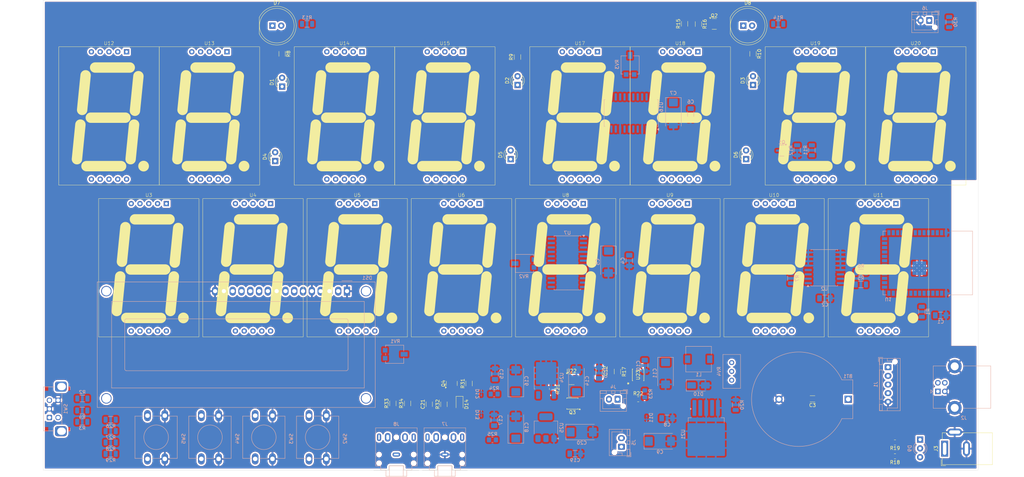
<source format=kicad_pcb>
(kicad_pcb (version 20240108) (generator "pcbnew") (generator_version "8.0")
  (title_block (title "DigiSlatePlus") (date "1.0"))
  (layers (0 "F.Cu" signal) (31 "B.Cu" signal) (34 "B.Paste" user) (35 "F.Paste" user) (36 "B.SilkS" user "B.Silkscreen") (37 "F.SilkS" user "F.Silkscreen") (38 "B.Mask" user) (39 "F.Mask" user) (44 "Edge.Cuts" user))
  (net 0 "")
  (net 1 "GND")
  (net 2 "+5V")
  (net 3 "Net-(D1-A)")
  (net 4 "Net-(D1-K)")
  (net 5 "Net-(D2-K)")
  (net 6 "Net-(D3-K)")
  (net 7 "Net-(D3-A)")
  (net 8 "Net-(D4-K)")
  (net 9 "SCK")
  (net 10 "MISO")
  (net 11 "MOSI")
  (net 12 "RST")
  (net 13 "Net-(Q1-B)")
  (net 14 "DOTS")
  (net 15 "Net-(U22-VCC)")
  (net 16 "SLATE")
  (net 17 "LOAD")
  (net 18 "TC-IN")
  (net 19 "TC-OUT")
  (net 20 "SDA")
  (net 21 "SCL")
  (net 22 "FLASH-LED")
  (net 23 "D")
  (net 24 "M1")
  (net 25 "S2")
  (net 26 "F1")
  (net 27 "H1")
  (net 28 "C")
  (net 29 "M2")
  (net 30 "H2")
  (net 31 "Net-(D2-A)")
  (net 32 "E")
  (net 33 "B")
  (net 34 "F")
  (net 35 "G")
  (net 36 "S1")
  (net 37 "F2")
  (net 38 "A")
  (net 39 "DP")
  (net 40 "+3.3V")
  (net 41 "RTC-INT")
  (net 42 "BOOT")
  (net 43 "D-")
  (net 44 "D+")
  (net 45 "Net-(D7-A)")
  (net 46 "Net-(Q2-B)")
  (net 50 "CLAP-LED")
  (net 51 "SW3")
  (net 52 "RX0")
  (net 53 "TX0")
  (net 54 "CHARGER")
  (net 55 "Net-(D8-A)")
  (net 56 "+BATT")
  (net 57 "Net-(D9-K2)")
  (net 58 "-BATT")
  (net 59 "Net-(D9-K1)")
  (net 60 "Net-(D10-K)")
  (net 61 "Net-(U22-OD)")
  (net 62 "Net-(BT1-+)")
  (net 64 "D5")
  (net 65 "Net-(DS1-VO)")
  (net 66 "RS")
  (net 67 "D7")
  (net 68 "D6")
  (net 72 "D4")
  (net 73 "CE")
  (net 74 "ROT-SW")
  (net 75 "ROT-CLK")
  (net 76 "ROT-DT")
  (net 79 "LOAD-SC")
  (net 80 "Net-(U22-OC)")
  (net 81 "SC-A")
  (net 82 "SC-7")
  (net 83 "SC-2")
  (net 84 "SC-F")
  (net 85 "SC-4")
  (net 86 "SC-D")
  (net 87 "SC-3")
  (net 88 "SC-B")
  (net 89 "SC-1")
  (net 90 "SC-G")
  (net 91 "SC-8")
  (net 92 "SC-E")
  (net 93 "SC-DP")
  (net 94 "SC-C")
  (net 95 "SC-6")
  (net 96 "SC-5")
  (net 97 "SW4")
  (net 98 "SW2")
  (net 99 "SW1")
  (net 100 "Net-(U23-*CHRG)")
  (net 101 "Net-(U23-*STDBY)")
  (net 102 "Net-(U21-FB)")
  (net 103 "Net-(U22-CS)")
  (net 104 "Net-(D7-K)")
  (net 105 "Net-(U23-PROG)")
  (net 106 "Net-(U7-ISET)")
  (net 107 "Net-(U16-ISET)")
  (net 113 "Net-(D11-A)")
  (net 114 "Net-(D12-A)")
  (net 115 "Net-(D13-A)")
  (net 116 "Net-(U21-VIN)")
  (net 117 "VCC-INT")
  (net 118 "Net-(C21-Pad1)")
  (net 119 "Net-(C21-Pad2)")
  (net 120 "Net-(D14-K)")
  (net 122 "Net-(J8-PadT)")
  (net 123 "Net-(D14-A)")
  (footprint "Capacitor_SMD:C_1206_3216Metric_Pad1.33x1.80mm_HandSolder" (layer "F.Cu") (at 231.85 168.3125 -90)
    (property "Reference" "C12" (at 0 -1.85 90) (layer "F.SilkS"))
    (property "Value" "100nF/50V")
    (pad "1" smd roundrect (at -1.5625 0 270) (size 1.325 1.8) (layers "F.Cu" "F.Paste" "F.Mask") (roundrect_rratio 0.188679) (net 58 "-BATT"))
    (pad "2" smd roundrect (at 1.5625 0 270) (size 1.325 1.8) (layers "F.Cu" "F.Paste" "F.Mask") (roundrect_rratio 0.188679) (net 15 "Net-(U22-VCC)"))
  )
  (footprint "7-segment-led:FYS-12011A" (layer "F.Cu") (at 252.25 139)
    (property "Reference" "U9" (at 0 -21.5 0) (layer "F.SilkS") (effects (font (thickness 0.1))))
    (property "Value" "SA15-11SRWA")
    (pad "1" thru_hole rect (at 5.08 -19.05) (size 1.524 1.524) (drill 0.762) (layers "*.Cu" "*.Mask") (net 95 "SC-6"))
    (pad "2" thru_hole circle (at 2.54 -19.05) (size 1.524 1.524) (drill 0.762) (layers "*.Cu" "*.Mask") (net 92 "SC-E"))
    (pad "3" thru_hole circle (at 0 -19.05) (size 1.524 1.524) (drill 0.762) (layers "*.Cu" "*.Mask") (net 86 "SC-D"))
    (pad "4" thru_hole circle (at -2.54 -19.05) (size 1.524 1.524) (drill 0.762) (layers "*.Cu" "*.Mask") (net 94 "SC-C"))
    (pad "5" thru_hole circle (at -5.08 -19.05) (size 1.524 1.524) (drill 0.762) (layers "*.Cu" "*.Mask") (net 95 "SC-6"))
    (pad "6" thru_hole circle (at -5.08 17.78) (size 1.524 1.524) (drill 0.762) (layers "*.Cu" "*.Mask") (net 88 "SC-B"))
    (pad "7" thru_hole circle (at -2.54 17.78) (size 1.524 1.524) (drill 0.762) (layers "*.Cu" "*.Mask") (net 81 "SC-A"))
    (pad "8" thru_hole circle (at 0 17.78) (size 1.524 1.524) (drill 0.762) (layers "*.Cu" "*.Mask") (net 93 "SC-DP"))
    (pad "9" thru_hole circle (at 2.54 17.78) (size 1.524 1.524) (drill 0.762) (layers "*.Cu" "*.Mask") (net 84 "SC-F"))
    (pad "10" thru_hole circle (at 5.08 17.78) (size 1.524 1.524) (drill 0.762) (layers "*.Cu" "*.Mask") (net 90 "SC-G"))
  )
  (footprint "Resistor_SMD:R_0805_2012Metric_Pad1.20x1.40mm_HandSolder" (layer "F.Cu") (at 218.2 173.525 -90)
    (property "Reference" "R21" (at 0 -1.65 90) (layer "F.SilkS"))
    (property "Value" "1K")
    (pad "1" smd roundrect (at -1 0 270) (size 1.2 1.4) (layers "F.Cu" "F.Paste" "F.Mask") (roundrect_rratio 0.208333) (net 103 "Net-(U22-CS)"))
    (pad "2" smd roundrect (at 1 0 270) (size 1.2 1.4) (layers "F.Cu" "F.Paste" "F.Mask") (roundrect_rratio 0.208333) (net 1 "GND"))
  )
  (footprint "Capacitor_SMD:C_1206_3216Metric_Pad1.33x1.80mm_HandSolder" (layer "F.Cu") (at 182.75 177.9375 90)
    (property "Reference" "C21" (at 0 -1.85 90) (layer "F.SilkS"))
    (property "Value" "100nF/50V")
    (pad "1" smd roundrect (at -1.5625 0 90) (size 1.325 1.8) (layers "F.Cu" "F.Paste" "F.Mask") (roundrect_rratio 0.188679) (net 118 "Net-(C21-Pad1)"))
    (pad "2" smd roundrect (at 1.5625 0 90) (size 1.325 1.8) (layers "F.Cu" "F.Paste" "F.Mask") (roundrect_rratio 0.188679) (net 119 "Net-(C21-Pad2)"))
  )
  (footprint "Package_TO_SOT_SMD:SOT-23" (layer "F.Cu") (at 265.0625 68)
    (property "Reference" "Q2" (at 0 -2.4 0) (layer "F.SilkS"))
    (property "Value" "2N2222")
    (pad "1" smd roundrect (at -0.9375 -0.95) (size 1.475 0.6) (layers "F.Cu" "F.Paste" "F.Mask") (net 46 "Net-(Q2-B)"))
    (pad "2" smd roundrect (at -0.9375 0.95) (size 1.475 0.6) (layers "F.Cu" "F.Paste" "F.Mask") (net 1 "GND"))
    (pad "3" smd roundrect (at 0.9375 0) (size 1.475 0.6) (layers "F.Cu" "F.Paste" "F.Mask") (net 104 "Net-(D7-K)"))
  )
  (footprint "7-segment-led:FYS-12011A" (layer "F.Cu") (at 101.75 139)
    (property "Reference" "U3" (at 0 -21.5 0) (layer "F.SilkS") (effects (font (thickness 0.1))))
    (property "Value" "SA15-11SRWA")
    (pad "1" thru_hole rect (at 5.08 -19.05) (size 1.524 1.524) (drill 0.762) (layers "*.Cu" "*.Mask") (net 89 "SC-1"))
    (pad "2" thru_hole circle (at 2.54 -19.05) (size 1.524 1.524) (drill 0.762) (layers "*.Cu" "*.Mask") (net 92 "SC-E"))
    (pad "3" thru_hole circle (at 0 -19.05) (size 1.524 1.524) (drill 0.762) (layers "*.Cu" "*.Mask") (net 86 "SC-D"))
    (pad "4" thru_hole circle (at -2.54 -19.05) (size 1.524 1.524) (drill 0.762) (layers "*.Cu" "*.Mask") (net 94 "SC-C"))
    (pad "5" thru_hole circle (at -5.08 -19.05) (size 1.524 1.524) (drill 0.762) (layers "*.Cu" "*.Mask") (net 89 "SC-1"))
    (pad "6" thru_hole circle (at -5.08 17.78) (size 1.524 1.524) (drill 0.762) (layers "*.Cu" "*.Mask") (net 88 "SC-B"))
    (pad "7" thru_hole circle (at -2.54 17.78) (size 1.524 1.524) (drill 0.762) (layers "*.Cu" "*.Mask") (net 81 "SC-A"))
    (pad "8" thru_hole circle (at 0 17.78) (size 1.524 1.524) (drill 0.762) (layers "*.Cu" "*.Mask") (net 93 "SC-DP"))
    (pad "9" thru_hole circle (at 2.54 17.78) (size 1.524 1.524) (drill 0.762) (layers "*.Cu" "*.Mask") (net 84 "SC-F"))
    (pad "10" thru_hole circle (at 5.08 17.78) (size 1.524 1.524) (drill 0.762) (layers "*.Cu" "*.Mask") (net 90 "SC-G"))
  )
  (footprint "Resistor_SMD:R_1206_3216Metric" (layer "F.Cu") (at 194.25 171.9625 90)
    (property "Reference" "R31" (at 0 -1.82 90) (layer "F.SilkS"))
    (property "Value" "100")
    (pad "1" smd roundrect (at -1.4625 0 90) (size 1.125 1.75) (layers "F.Cu" "F.Paste" "F.Mask") (roundrect_rratio 0.222222) (net 40 "+3.3V"))
    (pad "2" smd roundrect (at 1.4625 0 90) (size 1.125 1.75) (layers "F.Cu" "F.Paste" "F.Mask") (roundrect_rratio 0.222222) (net 18 "TC-IN"))
  )
  (footprint "7-segment-led:FYS-12011A" (layer "F.Cu") (at 131.85 139)
    (property "Reference" "U4" (at 0 -21.5 0) (layer "F.SilkS") (effects (font (thickness 0.1))))
    (property "Value" "SA15-11SRWA")
    (pad "1" thru_hole rect (at 5.08 -19.05) (size 1.524 1.524) (drill 0.762) (layers "*.Cu" "*.Mask") (net 83 "SC-2"))
    (pad "2" thru_hole circle (at 2.54 -19.05) (size 1.524 1.524) (drill 0.762) (layers "*.Cu" "*.Mask") (net 92 "SC-E"))
    (pad "3" thru_hole circle (at 0 -19.05) (size 1.524 1.524) (drill 0.762) (layers "*.Cu" "*.Mask") (net 86 "SC-D"))
    (pad "4" thru_hole circle (at -2.54 -19.05) (size 1.524 1.524) (drill 0.762) (layers "*.Cu" "*.Mask") (net 94 "SC-C"))
    (pad "5" thru_hole circle (at -5.08 -19.05) (size 1.524 1.524) (drill 0.762) (layers "*.Cu" "*.Mask") (net 83 "SC-2"))
    (pad "6" thru_hole circle (at -5.08 17.78) (size 1.524 1.524) (drill 0.762) (layers "*.Cu" "*.Mask") (net 88 "SC-B"))
    (pad "7" thru_hole circle (at -2.54 17.78) (size 1.524 1.524) (drill 0.762) (layers "*.Cu" "*.Mask") (net 81 "SC-A"))
    (pad "8" thru_hole circle (at 0 17.78) (size 1.524 1.524) (drill 0.762) (layers "*.Cu" "*.Mask") (net 93 "SC-DP"))
    (pad "9" thru_hole circle (at 2.54 17.78) (size 1.524 1.524) (drill 0.762) (layers "*.Cu" "*.Mask") (net 84 "SC-F"))
    (pad "10" thru_hole circle (at 5.08 17.78) (size 1.524 1.524) (drill 0.762) (layers "*.Cu" "*.Mask") (net 90 "SC-G"))
  )
  (footprint "7-segment-led:FYS-12011A" (layer "F.Cu") (at 158.255 95.11)
    (property "Reference" "U14" (at 0 -21.5 0) (layer "F.SilkS") (effects (font (thickness 0.1))))
    (property "Value" "SA15-11SRWA")
    (pad "1" thru_hole rect (at 5.08 -19.05) (size 1.524 1.524) (drill 0.762) (layers "*.Cu" "*.Mask") (net 24 "M1"))
    (pad "2" thru_hole circle (at 2.54 -19.05) (size 1.524 1.524) (drill 0.762) (layers "*.Cu" "*.Mask") (net 32 "E"))
    (pad "3" thru_hole circle (at 0 -19.05) (size 1.524 1.524) (drill 0.762) (layers "*.Cu" "*.Mask") (net 23 "D"))
    (pad "4" thru_hole circle (at -2.54 -19.05) (size 1.524 1.524) (drill 0.762) (layers "*.Cu" "*.Mask") (net 28 "C"))
    (pad "5" thru_hole circle (at -5.08 -19.05) (size 1.524 1.524) (drill 0.762) (layers "*.Cu" "*.Mask") (net 24 "M1"))
    (pad "6" thru_hole circle (at -5.08 17.78) (size 1.524 1.524) (drill 0.762) (layers "*.Cu" "*.Mask") (net 33 "B"))
    (pad "7" thru_hole circle (at -2.54 17.78) (size 1.524 1.524) (drill 0.762) (layers "*.Cu" "*.Mask") (net 38 "A"))
    (pad "8" thru_hole circle (at 0 17.78) (size 1.524 1.524) (drill 0.762) (layers "*.Cu" "*.Mask") (net 39 "DP"))
    (pad "9" thru_hole circle (at 2.54 17.78) (size 1.524 1.524) (drill 0.762) (layers "*.Cu" "*.Mask") (net 34 "F"))
    (pad "10" thru_hole circle (at 5.08 17.78) (size 1.524 1.524) (drill 0.762) (layers "*.Cu" "*.Mask") (net 35 "G"))
  )
  (footprint "7-segment-led:FYS-12011A" (layer "F.Cu") (at 226.255 95.11)
    (property "Reference" "U17" (at 0 -21.5 0) (layer "F.SilkS") (effects (font (thickness 0.1))))
    (property "Value" "SA15-11SRWA")
    (pad "1" thru_hole rect (at 5.08 -19.05) (size 1.524 1.524) (drill 0.762) (layers "*.Cu" "*.Mask") (net 36 "S1"))
    (pad "2" thru_hole circle (at 2.54 -19.05) (size 1.524 1.524) (drill 0.762) (layers "*.Cu" "*.Mask") (net 32 "E"))
    (pad "3" thru_hole circle (at 0 -19.05) (size 1.524 1.524) (drill 0.762) (layers "*.Cu" "*.Mask") (net 23 "D"))
    (pad "4" thru_hole circle (at -2.54 -19.05) (size 1.524 1.524) (drill 0.762) (layers "*.Cu" "*.Mask") (net 28 "C"))
    (pad "5" thru_hole circle (at -5.08 -19.05) (size 1.524 1.524) (drill 0.762) (layers "*.Cu" "*.Mask") (net 36 "S1"))
    (pad "6" thru_hole circle (at -5.08 17.78) (size 1.524 1.524) (drill 0.762) (layers "*.Cu" "*.Mask") (net 33 "B"))
    (pad "7" thru_hole circle (at -2.54 17.78) (size 1.524 1.524) (drill 0.762) (layers "*.Cu" "*.Mask") (net 38 "A"))
    (pad "8" thru_hole circle (at 0 17.78) (size 1.524 1.524) (drill 0.762) (layers "*.Cu" "*.Mask") (net 39 "DP"))
    (pad "9" thru_hole circle (at 2.54 17.78) (size 1.524 1.524) (drill 0.762) (layers "*.Cu" "*.Mask") (net 34 "F"))
    (pad "10" thru_hole circle (at 5.08 17.78) (size 1.524 1.524) (drill 0.762) (layers "*.Cu" "*.Mask") (net 35 "G"))
  )
  (footprint "7-segment-led:FYS-12011A" (layer "F.Cu") (at 119.255 95.11)
    (property "Reference" "U13" (at 0 -21.5 0) (layer "F.SilkS") (effects (font (thickness 0.1))))
    (property "Value" "SA15-11SRWA")
    (pad "1" thru_hole rect (at 5.08 -19.05) (size 1.524 1.524) (drill 0.762) (layers "*.Cu" "*.Mask") (net 30 "H2"))
    (pad "2" thru_hole circle (at 2.54 -19.05) (size 1.524 1.524) (drill 0.762) (layers "*.Cu" "*.Mask") (net 32 "E"))
    (pad "3" thru_hole circle (at 0 -19.05) (size 1.524 1.524) (drill 0.762) (layers "*.Cu" "*.Mask") (net 23 "D"))
    (pad "4" thru_hole circle (at -2.54 -19.05) (size 1.524 1.524) (drill 0.762) (layers "*.Cu" "*.Mask") (net 28 "C"))
    (pad "5" thru_hole circle (at -5.08 -19.05) (size 1.524 1.524) (drill 0.762) (layers "*.Cu" "*.Mask") (net 30 "H2"))
    (pad "6" thru_hole circle (at -5.08 17.78) (size 1.524 1.524) (drill 0.762) (layers "*.Cu" "*.Mask") (net 33 "B"))
    (pad "7" thru_hole circle (at -2.54 17.78) (size 1.524 1.524) (drill 0.762) (layers "*.Cu" "*.Mask") (net 38 "A"))
    (pad "8" thru_hole circle (at 0 17.78) (size 1.524 1.524) (drill 0.762) (layers "*.Cu" "*.Mask") (net 39 "DP"))
    (pad "9" thru_hole circle (at 2.54 17.78) (size 1.524 1.524) (drill 0.762) (layers "*.Cu" "*.Mask") (net 34 "F"))
    (pad "10" thru_hole circle (at 5.08 17.78) (size 1.524 1.524) (drill 0.762) (layers "*.Cu" "*.Mask") (net 35 "G"))
  )
  (footprint "Resistor_SMD:R_1206_3216Metric" (layer "F.Cu") (at 176.5 177.7125 90)
    (property "Reference" "R34" (at 0 -1.82 90) (layer "F.SilkS"))
    (property "Value" "5K6")
    (pad "1" smd roundrect (at -1.4625 0 90) (size 1.125 1.75) (layers "F.Cu" "F.Paste" "F.Mask") (roundrect_rratio 0.222222) (net 1 "GND"))
    (pad "2" smd roundrect (at 1.4625 0 90) (size 1.125 1.75) (layers "F.Cu" "F.Paste" "F.Mask") (roundrect_rratio 0.222222) (net 19 "TC-OUT"))
  )
  (footprint "Resistor_SMD:R_0805_2012Metric_Pad1.20x1.40mm_HandSolder" (layer "F.Cu") (at 317.25 193 180)
    (property "Reference" "R18" (at 0 -1.75 360) (layer "F.SilkS"))
    (property "Value" "1K")
    (pad "1" smd roundrect (at -1 0 180) (size 1.2 1.4) (layers "F.Cu" "F.Paste" "F.Mask") (roundrect_rratio 0.208333) (net 57 "Net-(D9-K2)"))
    (pad "2" smd roundrect (at 1 0 180) (size 1.2 1.4) (layers "F.Cu" "F.Paste" "F.Mask") (roundrect_rratio 0.208333) (net 100 "Net-(U23-*CHRG)"))
  )
  (footprint "LED_THT:LED_D3.0mm_FlatTop" (layer "F.Cu") (at 208.255 85.65 90)
    (property "Reference" "D2" (at 1.27 -2.96 90) (layer "F.SilkS"))
    (property "Value" "LED")
    (pad "1" thru_hole rect (at 0 0 90) (size 1.8 1.8) (drill 0.9) (layers "*.Cu" "*.Mask") (net 5 "Net-(D2-K)"))
    (pad "2" thru_hole circle (at 2.54 0 90) (size 1.8 1.8) (drill 0.9) (layers "*.Cu" "*.Mask") (net 31 "Net-(D2-A)"))
  )
  (footprint "Resistor_SMD:R_0805_2012Metric_Pad1.20x1.40mm_HandSolder" (layer "F.Cu") (at 317.25 189 180)
    (property "Reference" "R19" (at 0 -1.65 360) (layer "F.SilkS"))
    (property "Value" "1K")
    (pad "1" smd roundrect (at -1 0 180) (size 1.2 1.4) (layers "F.Cu" "F.Paste" "F.Mask") (roundrect_rratio 0.208333) (net 59 "Net-(D9-K1)"))
    (pad "2" smd roundrect (at 1 0 180) (size 1.2 1.4) (layers "F.Cu" "F.Paste" "F.Mask") (roundrect_rratio 0.208333) (net 101 "Net-(U23-*STDBY)"))
  )
  (footprint "7-segment-led:FYS-12011A" (layer "F.Cu") (at 192.05 139)
    (property "Reference" "U6" (at 0 -21.5 0) (layer "F.SilkS") (effects (font (thickness 0.1))))
    (property "Value" "SA15-11SRWA")
    (pad "1" thru_hole rect (at 5.08 -19.05) (size 1.524 1.524) (drill 0.762) (layers "*.Cu" "*.Mask") (net 85 "SC-4"))
    (pad "2" thru_hole circle (at 2.54 -19.05) (size 1.524 1.524) (drill 0.762) (layers "*.Cu" "*.Mask") (net 92 "SC-E"))
    (pad "3" thru_hole circle (at 0 -19.05) (size 1.524 1.524) (drill 0.762) (layers "*.Cu" "*.Mask") (net 86 "SC-D"))
    (pad "4" thru_hole circle (at -2.54 -19.05) (size 1.524 1.524) (drill 0.762) (layers "*.Cu" "*.Mask") (net 94 "SC-C"))
    (pad "5" thru_hole circle (at -5.08 -19.05) (size 1.524 1.524) (drill 0.762) (layers "*.Cu" "*.Mask") (net 85 "SC-4"))
    (pad "6" thru_hole circle (at -5.08 17.78) (size 1.524 1.524) (drill 0.762) (layers "*.Cu" "*.Mask") (net 88 "SC-B"))
    (pad "7" thru_hole circle (at -2.54 17.78) (size 1.524 1.524) (drill 0.762) (layers "*.Cu" "*.Mask") (net 81 "SC-A"))
    (pad "8" thru_hole circle (at 0 17.78) (size 1.524 1.524) (drill 0.762) (layers "*.Cu" "*.Mask") (net 93 "SC-DP"))
    (pad "9" thru_hole circle (at 2.54 17.78) (size 1.524 1.524) (drill 0.762) (layers "*.Cu" "*.Mask") (net 84 "SC-F"))
    (pad "10" thru_hole circle (at 5.08 17.78) (size 1.524 1.524) (drill 0.762) (layers "*.Cu" "*.Mask") (net 90 "SC-G"))
  )
  (footprint "Resistor_SMD:R_1206_3216Metric" (layer "F.Cu") (at 208.255 77.5725 90)
    (property "Reference" "R9" (at 0 -1.82 90) (layer "F.SilkS"))
    (property "Value" "470R")
    (pad "1" smd roundrect (at -1.4625 0 90) (size 1.125 1.75) (layers "F.Cu" "F.Paste" "F.Mask") (roundrect_rratio 0.222222) (net 2 "+5V"))
    (pad "2" smd roundrect (at 1.4625 0 90) (size 1.125 1.75) (layers "F.Cu" "F.Paste" "F.Mask") (roundrect_rratio 0.222222) (net 31 "Net-(D2-A)"))
  )
  (footprint "LED_THT:LED_D3.0mm_FlatTop" (layer "F.Cu") (at 140.255 86.11 90)
    (property "Reference" "D1" (at 1.27 -2.96 90) (layer "F.SilkS"))
    (property "Value" "LED")
    (pad "1" thru_hole rect (at 0 0 90) (size 1.8 1.8) (drill 0.9) (layers "*.Cu" "*.Mask") (net 4 "Net-(D1-K)"))
    (pad "2" thru_hole circle (at 2.54 0 90) (size 1.8 1.8) (drill 0.9) (layers "*.Cu" "*.Mask") (net 3 "Net-(D1-A)"))
  )
  (footprint "Resistor_SMD:R_1206_3216Metric" (layer "F.Cu") (at 187 177.9625 90)
    (property "Reference" "R32" (at 0 -1.82 90) (layer "F.SilkS"))
    (property "Value" "10K")
    (pad "1" smd roundrect (at -1.4625 0 90) (size 1.125 1.75) (layers "F.Cu" "F.Paste" "F.Mask") (roundrect_rratio 0.222222) (net 119 "Net-(C21-Pad2)"))
    (pad "2" smd roundrect (at 1.4625 0 90) (size 1.125 1.75) (layers "F.Cu" "F.Paste" "F.Mask") (roundrect_rratio 0.222222) (net 120 "Net-(D14-K)"))
  )
  (footprint "Capacitor_SMD:C_1206_3216Metric_Pad1.33x1.80mm_HandSolder" (layer "F.Cu") (at 293.4325 176.39 180)
    (property "Reference" "C3" (at 0 -1.85 360) (layer "F.SilkS"))
    (property "Value" "100nF/50V")
    (pad "1" smd roundrect (at -1.5625 0 180) (size 1.325 1.8) (layers "F.Cu" "F.Paste" "F.Mask") (roundrect_rratio 0.188679) (net 62 "Net-(BT1-+)"))
    (pad "2" smd roundrect (at 1.5625 0 180) (size 1.325 1.8) (layers "F.Cu" "F.Paste" "F.Mask") (roundrect_rratio 0.188679) (net 1 "GND"))
  )
  (footprint "7-segment-led:FYS-12011A" (layer "F.Cu") (at 187.255 95.11)
    (property "Reference" "U15" (at 0 -21.5 0) (layer "F.SilkS") (effects (font (thickness 0.1))))
    (property "Value" "SA15-11SRWA")
    (pad "1" thru_hole rect (at 5.08 -19.05) (size 1.524 1.524) (drill 0.762) (layers "*.Cu" "*.Mask") (net 29 "M2"))
    (pad "2" thru_hole circle (at 2.54 -19.05) (size 1.524 1.524) (drill 0.762) (layers "*.Cu" "*.Mask") (net 32 "E"))
    (pad "3" thru_hole circle (at 0 -19.05) (size 1.524 1.524) (drill 0.762) (layers "*.Cu" "*.Mask") (net 23 "D"))
    (pad "4" thru_hole circle (at -2.54 -19.05) (size 1.524 1.524) (drill 0.762) (layers "*.Cu" "*.Mask") (net 28 "C"))
    (pad "5" thru_hole circle (at -5.08 -19.05) (size 1.524 1.524) (drill 0.762) (layers "*.Cu" "*.Mask") (net 29 "M2"))
    (pad "6" thru_hole circle (at -5.08 17.78) (size 1.524 1.524) (drill 0.762) (layers "*.Cu" "*.Mask") (net 33 "B"))
    (pad "7" thru_hole circle (at -2.54 17.78) (size 1.524 1.524) (drill 0.762) (layers "*.Cu" "*.Mask") (net 38 "A"))
    (pad "8" thru_hole circle (at 0 17.78) (size 1.524 1.524) (drill 0.762) (layers "*.Cu" "*.Mask") (net 39 "DP"))
    (pad "9" thru_hole circle (at 2.54 17.78) (size 1.524 1.524) (drill 0.762) (layers "*.Cu" "*.Mask") (net 34 "F"))
    (pad "10" thru_hole circle (at 5.08 17.78) (size 1.524 1.524) (drill 0.762) (layers "*.Cu" "*.Mask") (net 35 "G"))
  )
  (footprint "Resistor_SMD:R_1206_3216Metric" (layer "F.Cu") (at 172.25 177.7125 90)
    (property "Reference" "R33" (at 0 -1.82 90) (layer "F.SilkS"))
    (property "Value" "1K8")
    (pad "1" smd roundrect (at -1.4625 0 90) (size 1.125 1.75) (layers "F.Cu" "F.Paste" "F.Mask") (roundrect_rratio 0.222222) (net 122 "Net-(J8-PadT)"))
    (pad "2" smd roundrect (at 1.4625 0 90) (size 1.125 1.75) (layers "F.Cu" "F.Paste" "F.Mask") (roundrect_rratio 0.222222) (net 19 "TC-OUT"))
  )
  (footprint "TP4056:TP4056-42-ESOP8_TPW" (layer "F.Cu") (at 243.074999 169.46615 90)
    (property "Reference" "U23" (at 0 0 90) (layer "F.SilkS"))
    (property "Value" "TP4056")
    (fp_text user "*" (at -2.47015 -2.5498 90) (layer "F.SilkS"))
    (fp_text user "*" (at -2.47015 -2.5498 90) (layer "F.SilkS"))
    (pad "1" smd rect (at -2.21615 -0.974999 90) (size 1.3335 0.4318) (layers "F.Cu" "F.Paste" "F.Mask") (net 1 "GND"))
    (pad "2" smd rect (at -2.21615 -0.325001 90) (size 1.3335 0.4318) (layers "F.Cu" "F.Paste" "F.Mask") (net 105 "Net-(U23-PROG)"))
    (pad "3" smd rect (at -2.21615 0.325001 90) (size 1.3335 0.4318) (layers "F.Cu" "F.Paste" "F.Mask") (net 1 "GND"))
    (pad "4" smd rect (at -2.21615 0.974999 90) (size 1.3335 0.4318) (layers "F.Cu" "F.Paste" "F.Mask") (net 54 "CHARGER"))
    (pad "5" smd rect (at 2.21615 0.974999 90) (size 1.3335 0.4318) (layers "F.Cu" "F.Paste" "F.Mask") (net 56 "+BATT"))
    (pad "6" smd rect (at 2.21615 0.325001 90) (size 1.3335 0.4318) (layers "F.Cu" "F.Paste" "F.Mask") (net 101 "Net-(U23-*STDBY)"))
    (pad "7" smd rect (at 2.21615 -0.325001 90) (size 1.3335 0.4318) (layers "F.Cu" "F.Paste" "F.Mask") (net 100 "Net-(U23-*CHRG)"))
    (pad "8" smd rect (at 2.21615 -0.974999 90) (size 1.3335 0.4318) (layers "F.Cu" "F.Paste" "F.Mask") (net 54 "CHARGER"))
  )
  (footprint "7-segment-led:FYS-12011A" (layer "F.Cu") (at 282.35 139)
    (property "Reference" "U10" (at 0 -21.5 0) (layer "F.SilkS") (effects (font (thickness 0.1))))
    (property "Value" "SA15-11SRWA")
    (pad "1" thru_hole rect (at 5.08 -19.05) (size 1.524 1.524) (drill 0.762) (layers "*.Cu" "*.Mask") (net 82 "SC-7"))
    (pad "2" thru_hole circle (at 2.54 -19.05) (size 1.524 1.524) (drill 0.762) (layers "*.Cu" "*.Mask") (net 92 "SC-E"))
    (pad "3" thru_hole circle (at 0 -19.05) (size 1.524 1.524) (drill 0.762) (layers "*.Cu" "*.Mask") (net 86 "SC-D"))
    (pad "4" thru_hole circle (at -2.54 -19.05) (size 1.524 1.524) (drill 0.762) (layers "*.Cu" "*.Mask") (net 94 "SC-C"))
    (pad "5" thru_hole circle (at -5.08 -19.05) (size 1.524 1.524) (drill 0.762) (layers "*.Cu" "*.Mask") (net 82 "SC-7"))
    (pad "6" thru_hole circle (at -5.08 17.78) (size 1.524 1.524) (drill 0.762) (layers "*.Cu" "*.Mask") (net 88 "SC-B"))
    (pad "7" thru_hole circle (at -2.54 17.78) (size 1.524 1.524) (drill 0.762) (layers "*.Cu" "*.Mask") (net 81 "SC-A"))
    (pad "8" thru_hole circle (at 0 17.78) (size 1.524 1.524) (drill 0.762) (layers "*.Cu" "*.Mask") (net 93 "SC-DP"))
    (pad "9" thru_hole circle (at 2.54 17.78) (size 1.524 1.524) (drill 0.762) (layers "*.Cu" "*.Mask") (net 84 "SC-F"))
    (pad "10" thru_hole circle (at 5.08 17.78) (size 1.524 1.524) (drill 0.762) (layers "*.Cu" "*.Mask") (net 90 "SC-G"))
  )
  (footprint "7-segment-led:FYS-12011A" (layer "F.Cu") (at 312.45 139)
    (property "Reference" "U11" (at 0 -21.5 0) (layer "F.SilkS") (effects (font (thickness 0.1))))
    (property "Value" "SA15-11SRWA")
    (pad "1" thru_hole rect (at 5.08 -19.05) (size 1.524 1.524) (drill 0.762) (layers "*.Cu" "*.Mask") (net 91 "SC-8"))
    (pad "2" thru_hole circle (at 2.54 -19.05) (size 1.524 1.524) (drill 0.762) (layers "*.Cu" "*.Mask") (net 92 "SC-E"))
    (pad "3" thru_hole circle (at 0 -19.05) (size 1.524 1.524) (drill 0.762) (layers "*.Cu" "*.Mask") (net 86 "SC-D"))
    (pad "4" thru_hole circle (at -2.54 -19.05) (size 1.524 1.524) (drill 0.762) (layers "*.Cu" "*.Mask") (net 94 "SC-C"))
    (pad "5" thru_hole circle (at -5.08 -19.05) (size 1.524 1.524) (drill 0.762) (layers "*.Cu" "*.Mask") (net 91 "SC-8"))
    (pad "6" thru_hole circle (at -5.08 17.78) (size 1.524 1.524) (drill 0.762) (layers "*.Cu" "*.Mask") (net 88 "SC-B"))
    (pad "7" thru_hole circle (at -2.54 17.78) (size 1.524 1.524) (drill 0.762) (layers "*.Cu" "*.Mask") (net 81 "SC-A"))
    (pad "8" thru_hole circle (at 0 17.78) (size 1.524 1.524) (drill 0.762) (layers "*.Cu" "*.Mask") (net 93 "SC-DP"))
    (pad "9" thru_hole circle (at 2.54 17.78) (size 1.524 1.524) (drill 0.762) (layers "*.Cu" "*.Mask") (net 84 "SC-F"))
    (pad "10" thru_hole circle (at 5.08 17.78) (size 1.524 1.524) (drill 0.762) (layers "*.Cu" "*.Mask") (net 90 "SC-G"))
  )
  (footprint "LED_THT:LED_D3.0mm_FlatTop" (layer "F.Cu") (at 206.255 107.11 90)
    (property "Reference" "D5" (at 1.27 -2.96 90) (layer "F.SilkS"))
    (property "Value" "LED")
    (pad "1" thru_hole rect (at 0 0 90) (size 1.8 1.8) (drill 0.9) (layers "*.Cu" "*.Mask") (net 8 "Net-(D4-K)"))
    (pad "2" thru_hole circle (at 2.54 0 90) (size 1.8 1.8) (drill 0.9) (layers "*.Cu" "*.Mask") (net 5 "Net-(D2-K)"))
  )
  (footprint "Package_TO_SOT_SMD:SOT-23-6" (layer "F.Cu") (at 223.8375 170.725)
    (property "Reference" "U22" (at 0 -2.4 360) (layer "F.SilkS"))
    (property "Value" "DW01A")
    (pad "1" smd roundrect (at -1.1375 -0.95) (size 1.325 0.6) (layers "F.Cu" "F.Paste" "F.Mask") (net 61 "Net-(U22-OD)"))
    (pad "2" smd roundrect (at -1.1375 0) (size 1.325 0.6) (layers "F.Cu" "F.Paste" "F.Mask") (net 103 "Net-(U22-CS)"))
    (pad "3" smd roundrect (at -1.1375 0.95) (size 1.325 0.6) (layers "F.Cu" "F.Paste" "F.Mask") (net 80 "Net-(U22-OC)"))
    (pad "4" smd roundrect (at 1.1375 0.95) (size 1.325 0.6) (layers "F.Cu" "F.Paste" "F.Mask"))
    (pad "5" smd roundrect (at 1.1375 0) (size 1.325 0.6) (layers "F.Cu" "F.Paste" "F.Mask") (net 15 "Net-(U22-VCC)"))
    (pad "6" smd roundrect (at 1.1375 -0.95) (size 1.325 0.6) (layers "F.Cu" "F.Paste" "F.Mask") (net 58 "-BATT"))
  )
  (footprint "Resistor_SMD:R_1206_3216Metric" (layer "F.Cu") (at 256.5 67.9625 90)
    (property "Reference" "R15" (at 0 -1.82 90) (layer "F.SilkS"))
    (property "Value" "100")
    (pad "1" smd roundrect (at -1.4625 0 90) (size 1.125 1.75) (layers "F.Cu" "F.Paste" "F.Mask") (roundrect_rratio 0.222222) (net 50 "CLAP-LED"))
    (pad "2" smd roundrect (at 1.4625 0 90) (size 1.125 1.75) (layers "F.Cu" "F.Paste" "F.Mask") (roundrect_rratio 0.222222) (net 46 "Net-(Q2-B)"))
  )
  (footprint "LED_THT:LED_D3.0mm_FlatTop" (layer "F.Cu") (at 276.255 85.65 90)
    (property "Reference" "D3" (at 1.27 -2.96 90) (layer "F.SilkS"))
    (property "Value" "LED")
    (pad "1" thru_hole rect (at 0 0 90) (size 1.8 1.8) (drill 0.9) (layers "*.Cu" "*.Mask") (net 6 "Net-(D3-K)"))
    (pad "2" thru_hole circle (at 2.54 0 90) (size 1.8 1.8) (drill 0.9) (layers "*.Cu" "*.Mask") (net 7 "Net-(D3-A)"))
  )
  (footprint "Resistor_SMD:R_1206_3216Metric" (layer "F.Cu") (at 237.1 168.5 -90)
    (property "Reference" "R17" (at 0.07 -1.92 90) (layer "F.SilkS"))
    (property "Value" "100")
    (pad "1" smd roundrect (at -1.4625 0 270) (size 1.125 1.75) (layers "F.Cu" "F.Paste" "F.Mask") (roundrect_rratio 0.222222) (net 56 "+BATT"))
    (pad "2" smd roundrect (at 1.4625 0 270) (size 1.125 1.75) (layers "F.Cu" "F.Paste" "F.Mask") (roundrect_rratio 0.222222) (net 15 "Net-(U22-VCC)"))
  )
  (footprint "Resistor_SMD:R_1206_3216Metric" (layer "F.Cu") (at 140.255 76.6475 -90)
    (property "Reference" "R8" (at 0 -1.82 90) (layer "F.SilkS"))
    (property "Value" "470R")
    (pad "1" smd roundrect (at -1.4625 0 270) (size 1.125 1.75) (layers "F.Cu" "F.Paste" "F.Mask") (roundrect_rratio 0.222222) (net 2 "+5V"))
    (pad "2" smd roundrect (at 1.4625 0 270) (size 1.125 1.75) (layers "F.Cu" "F.Paste" "F.Mask") (roundrect_rratio 0.222222) (net 3 "Net-(D1-A)"))
  )
  (footprint "Resistor_SMD:R_1206_3216Metric" (layer "F.Cu") (at 260.5 68.0375 -90)
    (property "Reference" "R16" (at 0 -1.82 90) (layer "F.SilkS"))
    (property "Value" "10K")
    (pad "1" smd roundrect (at -1.4625 0 270) (size 1.125 1.75) (layers "F.Cu" "F.Paste" "F.Mask") (roundrect_rratio 0.222222) (net 46 "Net-(Q2-B)"))
    (pad "2" smd roundrect (at 1.4625 0 270) (size 1.125 1.75) (layers "F.Cu" "F.Paste" "F.Mask") (roundrect_rratio 0.222222) (net 1 "GND"))
  )
  (footprint "7-segment-led:FYS-12011A" (layer "F.Cu") (at 222.15 139)
    (property "Reference" "U8" (at 0 -21.5 0) (layer "F.SilkS") (effects (font (thickness 0.1))))
    (property "Value" "SA15-11SRWA")
    (pad "1" thru_hole rect (at 5.08 -19.05) (size 1.524 1.524) (drill 0.762) (layers "*.Cu" "*.Mask") (net 96 "SC-5"))
    (pad "2" thru_hole circle (at 2.54 -19.05) (size 1.524 1.524) (drill 0.762) (layers "*.Cu" "*.Mask") (net 92 "SC-E"))
    (pad "3" thru_hole circle (at 0 -19.05) (size 1.524 1.524) (drill 0.762) (layers "*.Cu" "*.Mask") (net 86 "SC-D"))
    (pad "4" thru_hole circle (at -2.54 -19.05) (size 1.524 1.524) (drill 0.762) (layers "*.Cu" "*.Mask") (net 94 "SC-C"))
    (pad "5" thru_hole circle (at -5.08 -19.05) (size 1.524 1.524) (drill 0.762) (layers "*.Cu" "*.Mask") (net 96 "SC-5"))
    (pad "6" thru_hole circle (at -5.08 17.78) (size 1.524 1.524) (drill 0.762) (layers "*.Cu" "*.Mask") (net 88 "SC-B"))
    (pad "7" thru_hole circle (at -2.54 17.78) (size 1.524 1.524) (drill 0.762) (layers "*.Cu" "*.Mask") (net 81 "SC-A"))
    (pad "8" thru_hole circle (at 0 17.78) (size 1.524 1.524) (drill 0.762) (layers "*.Cu" "*.Mask") (net 93 "SC-DP"))
    (pad "9" thru_hole circle (at 2.54 17.78) (size 1.524 1.524) (drill 0.762) (layers "*.Cu" "*.Mask") (net 84 "SC-F"))
    (pad "10" thru_hole circle (at 5.08 17.78) (size 1.524 1.524) (drill 0.762) (layers "*.Cu" "*.Mask") (net 90 "SC-G"))
  )
  (footprint "LED_THT:LED_D10.0mm" (layer "F.Cu") (at 137.46 68.5)
    (property "Reference" "D7" (at 1.27 -6.56 0) (layer "F.SilkS"))
    (property "Value" "LED")
    (pad "1" thru_hole rect (at 0 0) (size 1.8 1.8) (drill 0.9) (layers "*.Cu" "*.Mask") (net 104 "Net-(D7-K)"))
    (pad "2" thru_hole circle (at 2.54 0) (size 1.8 1.8) (drill 0.9) (layers "*.Cu" "*.Mask") (net 45 "Net-(D7-A)"))
  )
  (footprint "7-segment-led:FYS-12011A" (layer "F.Cu") (at 323.255 95.11)
    (property "Reference" "U20" (at 0 -21.5 0) (layer "F.SilkS") (effects (font (thickness 0.1))))
    (property "Value" "SA15-11SRWA")
    (pad "1" thru_hole rect (at 5.08 -19.05) (size 1.524 1.524) (drill 0.762) (layers "*.Cu" "*.Mask") (net 37 "F2"))
    (pad "2" thru_hole circle (at 2.54 -19.05) (size 1.524 1.524) (drill 0.762) (layers "*.Cu" "*.Mask") (net 32 "E"))
    (pad "3" thru_hole circle (at 0 -19.05) (size 1.524 1.524) (drill 0.762) (layers "*.Cu" "*.Mask") (net 23 "D"))
    (pad "4" thru_hole circle (at -2.54 -19.05) (size 1.524 1.524) (drill 0.762) (layers "*.Cu" "*.Mask") (net 28 "C"))
    (pad "5" thru_hole circle (at -5.08 -19.05) (size 1.524 1.524) (drill 0.762) (layers "*.Cu" "*.Mask") (net 37 "F2"))
    (pad "6" thru_hole circle (at -5.08 17.78) (size 1.524 1.524) (drill 0.762) (layers "*.Cu" "*.Mask") (net 33 "B"))
    (pad "7" thru_hole circle (at -2.54 17.78) (size 1.524 1.524) (drill 0.762) (layers "*.Cu" "*.Mask") (net 38 "A"))
    (pad "8" thru_hole circle (at 0 17.78) (size 1.524 1.524) (drill 0.762) (layers "*.Cu" "*.Mask") (net 39 "DP"))
    (pad "9" thru_hole circle (at 2.54 17.78) (size 1.524 1.524) (drill 0.762) (layers "*.Cu" "*.Mask") (net 34 "F"))
    (pad "10" thru_hole circle (at 5.08 17.78) (size 1.524 1.524) (drill 0.762) (layers "*.Cu" "*.Mask") (net 35 "G"))
  )
  (footprint "7-segment-led:FYS-12011A" (layer "F.Cu") (at 255.255 95.11)
    (property "Reference" "U18" (at 0 -21.5 0) (layer "F.SilkS") (effects (font (thickness 0.1))))
    (property "Value" "SA15-11SRWA")
    (pad "1" thru_hole rect (at 5.08 -19.05) (size 1.524 1.524) (drill 0.762) (layers "*.Cu" "*.Mask") (net 25 "S2"))
    (pad "2" thru_hole circle (at 2.54 -19.05) (size 1.524 1.524) (drill 0.762) (layers "*.Cu" "*.Mask") (net 32 "E"))
    (pad "3" thru_hole circle (at 0 -19.05) (size 1.524 1.524) (drill 0.762) (layers "*.Cu" "*.Mask") (net 23 "D"))
    (pad "4" thru_hole circle (at -2.54 -19.05) (size 1.524 1.524) (drill 0.762) (layers "*.Cu" "*.Mask") (net 28 "C"))
    (pad "5" thru_hole circle (at -5.08 -19.05) (size 1.524 1.524) (drill 0.762) (layers "*.Cu" "*.Mask") (net 25 "S2"))
    (pad "6" thru_hole circle (at -5.08 17.78) (size 1.524 1.524) (drill 0.762) (layers "*.Cu" "*.Mask") (net 33 "B"))
    (pad "7" thru_hole circle (at -2.54 17.78) (size 1.524 1.524) (drill 0.762) (layers "*.Cu" "*.Mask") (net 38 "A"))
    (pad "8" thru_hole circle (at 0 17.78) (size 1.524 1.524) (drill 0.762) (layers "*.Cu" "*.Mask") (net 39 "DP"))
    (pad "9" thru_hole circle (at 2.54 17.78) (size 1.524 1.524) (drill 0.762) (layers "*.Cu" "*.Mask") (net 34 "F"))
    (pad "10" thru_hole circle (at 5.08 17.78) (size 1.524 1.524) (drill 0.762) (layers "*.Cu" "*.Mask") (net 35 "G"))
  )
  (footprint "7-segment-led:FYS-12011A" (layer "F.Cu") (at 294.255 95.11)
    (property "Reference" "U19" (at 0 -21.5 0) (layer "F.SilkS") (effects (font (thickness 0.1))))
    (property "Value" "SA15-11SRWA")
    (pad "1" thru_hole rect (at 5.08 -19.05) (size 1.524 1.524) (drill 0.762) (layers "*.Cu" "*.Mask") (net 26 "F1"))
    (pad "2" thru_hole circle (at 2.54 -19.05) (size 1.524 1.524) (drill 0.762) (layers "*.Cu" "*.Mask") (net 32 "E"))
    (pad "3" thru_hole circle (at 0 -19.05) (size 1.524 1.524) (drill 0.762) (layers "*.Cu" "*.Mask") (net 23 "D"))
    (pad "4" thru_hole circle (at -2.54 -19.05) (size 1.524 1.524) (drill 0.762) (layers "*.Cu" "*.Mask") (net 28 "C"))
    (pad "5" thru_hole circle (at -5.08 -19.05) (size 1.524 1.524) (drill 0.762) (layers "*.Cu" "*.Mask") (net 26 "F1"))
    (pad "6" thru_hole circle (at -5.08 17.78) (size 1.524 1.524) (drill 0.762) (layers "*.Cu" "*.Mask") (net 33 "B"))
    (pad "7" thru_hole circle (at -2.54 17.78) (size 1.524 1.524) (drill 0.762) (layers "*.Cu" "*.Mask") (net 38 "A"))
    (pad "8" thru_hole circle (at 0 17.78) (size 1.524 1.524) (drill 0.762) (layers "*.Cu" "*.Mask") (net 39 "DP"))
    (pad "9" thru_hole circle (at 2.54 17.78) (size 1.524 1.524) (drill 0.762) (layers "*.Cu" "*.Mask") (net 34 "F"))
    (pad "10" thru_hole circle (at 5.08 17.78) (size 1.524 1.524) (drill 0.762) (layers "*.Cu" "*.Mask") (net 35 "G"))
  )
  (footprint "Resistor_SMD:R_0805_2012Metric_Pad1.20x1.40mm_HandSolder" (layer "F.Cu") (at 243.1 176.5)
    (property "Reference" "R22" (at 0 -1.65 360) (layer "F.SilkS"))
    (property "Value" "1K2")
    (pad "1" smd roundrect (at -1 0) (size 1.2 1.4) (layers "F.Cu" "F.Paste" "F.Mask") (roundrect_rratio 0.208333) (net 105 "Net-(U23-PROG)"))
    (pad "2" smd roundrect (at 1 0) (size 1.2 1.4) (layers "F.Cu" "F.Paste" "F.Mask") (roundrect_rratio 0.208333) (net 1 "GND"))
  )
  (footprint "Diode_SMD:D_PowerDI-123" (layer "F.Cu") (at 191.5 177.975 -90)
    (property "Reference" "D14" (at 0 -2 90) (layer "F.SilkS"))
    (property "Value" "1N4148")
    (pad "1" smd roundrect (at -0.85 0 90) (size 2.4 1.5) (layers "F.Cu" "F.Paste" "F.Mask") (roundrect_rratio 0.1666666667) (net 120 "Net-(D14-K)"))
    (pad "2" smd roundrect (at 1.525 0 90) (size 1.05 1.5) (layers "F.Cu" "F.Paste" "F.Mask") (roundrect_rratio 0.2380952381) (net 123 "Net-(D14-A)"))
  )
  (footprint "Connector_BarrelJack:BarrelJack_GCT_DCJ200-10-A_Horizontal" (layer "F.Cu") (at 331.6 190.8 90)
    (property "Reference" "J3" (at 0 -2.5 90) (layer "F.SilkS"))
    (property "Value" "+8-24 Volt")
    (pad "1" thru_hole rect (at 0 0 90) (size 4.6 2) (drill oval 3.6 1) (layers "*.Cu" "*.Mask") (net 116 "Net-(U21-VIN)"))
    (pad "2" thru_hole oval (at 0 6.3 90) (size 4.2 2) (drill oval 3.2 1) (layers "*.Cu" "*.Mask") (net 1 "GND"))
    (pad "3" thru_hole oval (at 4.8 2.9 90) (size 2 4.2) (drill oval 1 3.2) (layers "*.Cu" "*.Mask") (net 1 "GND"))
  )
  (footprint "LED_THT:LED_D3.0mm_FlatTop" (layer "F.Cu") (at 138.255 107.65 90)
    (property "Reference" "D4" (at 1.27 -2.96 90) (layer "F.SilkS"))
    (property "Value" "LED")
    (pad "1" thru_hole rect (at 0 0 90) (size 1.8 1.8) (drill 0.9) (layers "*.Cu" "*.Mask") (net 8 "Net-(D4-K)"))
    (pad "2" thru_hole circle (at 2.54 0 90) (size 1.8 1.8) (drill 0.9) (layers "*.Cu" "*.Mask") (net 4 "Net-(D1-K)"))
  )
  (footprint "7-segment-led:FYS-12011A" (layer "F.Cu") (at 90.255 95.11)
    (property "Reference" "U12" (at 0 -21.5 0) (layer "F.SilkS") (effects (font (thickness 0.1))))
    (property "Value" "SA15-11SRWA")
    (pad "1" thru_hole rect (at 5.08 -19.05) (size 1.524 1.524) (drill 0.762) (layers "*.Cu" "*.Mask") (net 27 "H1"))
    (pad "2" thru_hole circle (at 2.54 -19.05) (size 1.524 1.524) (drill 0.762) (layers "*.Cu" "*.Mask") (net 32 "E"))
    (pad "3" thru_hole circle (at 0 -19.05) (size 1.524 1.524) (drill 0.762) (layers "*.Cu" "*.Mask") (net 23 "D"))
    (pad "4" thru_hole circle (at -2.54 -19.05) (size 1.524 1.524) (drill 0.762) (layers "*.Cu" "*.Mask") (net 28 "C"))
    (pad "5" thru_hole circle (at -5.08 -19.05) (size 1.524 1.524) (drill 0.762) (layers "*.Cu" "*.Mask") (net 27 "H1"))
    (pad "6" thru_hole circle (at -5.08 17.78) (size 1.524 1.524) (drill 0.762) (layers "*.Cu" "*.Mask") (net 33 "B"))
    (pad "7" thru_hole circle (at -2.54 17.78) (size 1.524 1.524) (drill 0.762) (layers "*.Cu" "*.Mask") (net 38 "A"))
    (pad "8" thru_hole circle (at 0 17.78) (size 1.524 1.524) (drill 0.762) (layers "*.Cu" "*.Mask") (net 39 "DP"))
    (pad "9" thru_hole circle (at 2.54 17.78) (size 1.524 1.524) (drill 0.762) (layers "*.Cu" "*.Mask") (net 34 "F"))
    (pad "10" thru_hole circle (at 5.08 17.78) (size 1.524 1.524) (drill 0.762) (layers "*.Cu" "*.Mask") (net 35 "G"))
  )
  (footprint "LED_THT:LED_D10.0mm" (layer "F.Cu") (at 273.46 68.5)
    (property "Reference" "D8" (at 1.27 -6.56 0) (layer "F.SilkS"))
    (property "Value" "LED")
    (pad "1" thru_hole rect (at 0 0) (size 1.8 1.8) (drill 0.9) (layers "*.Cu" "*.Mask") (net 104 "Net-(D7-K)"))
    (pad "2" thru_hole circle (at 2.54 0) (size 1.8 1.8) (drill 0.9) (layers "*.Cu" "*.Mask") (net 55 "Net-(D8-A)"))
  )
  (footprint "LED_THT:LED_D3.0mm_FlatTop" (layer "F.Cu") (at 274.255 107.11 90)
    (property "Reference" "D6" (at 1.27 -2.96 90) (layer "F.SilkS"))
    (property "Value" "LED")
    (pad "1" thru_hole rect (at 0 0 90) (size 1.8 1.8) (drill 0.9) (layers "*.Cu" "*.Mask") (net 8 "Net-(D4-K)"))
    (pad "2" thru_hole circle (at 2.54 0 90) (size 1.8 1.8) (drill 0.9) (layers "*.Cu" "*.Mask") (net 6 "Net-(D3-K)"))
  )
  (footprint "7-segment-led:FYS-12011A" (layer "F.Cu") (at 161.95 139)
    (property "Reference" "U5" (at 0 -21.5 0) (layer "F.SilkS") (effects (font (thickness 0.1))))
    (property "Value" "SA15-11SRWA")
    (pad "1" thru_hole rect (at 5.08 -19.05) (size 1.524 1.524) (drill 0.762) (layers "*.Cu" "*.Mask") (net 87 "SC-3"))
    (pad "2" thru_hole circle (at 2.54 -19.05) (size 1.524 1.524) (drill 0.762) (layers "*.Cu" "*.Mask") (net 92 "SC-E"))
    (pad "3" thru_hole circle (at 0 -19.05) (size 1.524 1.524) (drill 0.762) (layers "*.Cu" "*.Mask") (net 86 "SC-D"))
    (pad "4" thru_hole circle (at -2.54 -19.05) (size 1.524 1.524) (drill 0.762) (layers "*.Cu" "*.Mask") (net 94 "SC-C"))
    (pad "5" thru_hole circle (at -5.08 -19.05) (size 1.524 1.524) (drill 0.762) (layers "*.Cu" "*.Mask") (net 87 "SC-3"))
    (pad "6" thru_hole circle (at -5.08 17.78) (size 1.524 1.524) (drill 0.762) (layers "*.Cu" "*.Mask") (net 88 "SC-B"))
    (pad "7" thru_hole circle (at -2.54 17.78) (size 1.524 1.524) (drill 0.762) (layers "*.Cu" "*.Mask") (net 81 "SC-A"))
    (pad "8" thru_hole circle (at 0 17.78) (size 1.524 1.524) (drill 0.762) (layers "*.Cu" "*.Mask") (net 93 "SC-DP"))
    (pad "9" thru_hole circle (at 2.54 17.78) (size 1.524 1.524) (drill 0.762) (layers "*.Cu" "*.Mask") (net 84 "SC-F"))
    (pad "10" thru_hole circle (at 5.08 17.78) (size 1.524 1.524) (drill 0.762) (layers "*.Cu" "*.Mask") (net 90 "SC-G"))
  )
  (footprint "Package_TO_SOT_SMD:SOT-23" (layer "F.Cu") (at 189.25 171.9375 90)
    (property "Reference" "Q4" (at 0 -2.4 90) (layer "F.SilkS"))
    (property "Value" "2N2222")
    (pad "1" smd roundrect (at -0.9375 -0.95 90) (size 1.475 0.6) (layers "F.Cu" "F.Paste" "F.Mask") (net 120 "Net-(D14-K)"))
    (pad "2" smd roundrect (at -0.9375 0.95 90) (size 1.475 0.6) (layers "F.Cu" "F.Paste" "F.Mask") (net 123 "Net-(D14-A)"))
    (pad "3" smd roundrect (at 0.9375 0 90) (size 1.475 0.6) (layers "F.Cu" "F.Paste" "F.Mask") (net 18 "TC-IN"))
  )
  (footprint "Resistor_SMD:R_1206_3216Metric" (layer "F.Cu") (at 276.255 76.6475 -90)
    (property "Reference" "R10" (at 0 -1.82 90) (layer "F.SilkS"))
    (property "Value" "470R")
    (pad "1" smd roundrect (at -1.4625 0 270) (size 1.125 1.75) (layers "F.Cu" "F.Paste" "F.Mask") (roundrect_rratio 0.222222) (net 2 "+5V"))
    (pad "2" smd roundrect (at 1.4625 0 270) (size 1.125 1.75) (layers "F.Cu" "F.Paste" "F.Mask") (roundrect_rratio 0.222222) (net 7 "Net-(D3-A)"))
  )
  (footprint "Package_SO:TSSOP-8_3x3mm_P0.65mm" (layer "F.Cu") (at 224.1 177.75 180)
    (property "Reference" "Q3" (at 0 -2.55 360) (layer "F.SilkS"))
    (property "Value" "FS8205A")
    (pad "1" smd rect (at -2.15 -0.975 180) (size 1.1 0.4) (layers "F.Cu" "F.Paste" "F.Mask"))
    (pad "2" smd rect (at -2.15 -0.325 180) (size 1.1 0.4) (layers "F.Cu" "F.Paste" "F.Mask") (net 58 "-BATT"))
    (pad "3" smd rect (at -2.15 0.325 180) (size 1.1 0.4) (layers "F.Cu" "F.Paste" "F.Mask") (net 58 "-BATT"))
    (pad "4" smd rect (at -2.15 0.975 180) (size 1.1 0.4) (layers "F.Cu" "F.Paste" "F.Mask") (net 61 "Net-(U22-OD)"))
    (pad "5" smd rect (at 2.15 0.975 180) (size 1.1 0.4) (layers "F.Cu" "F.Paste" "F.Mask") (net 80 "Net-(U22-OC)"))
    (pad "6" smd rect (at 2.15 0.325 180) (size 1.1 0.4) (layers "F.Cu" "F.Paste" "F.Mask") (net 1 "GND"))
    (pad "7" smd rect (at 2.15 -0.325 180) (size 1.1 0.4) (layers "F.Cu" "F.Paste" "F.Mask") (net 1 "GND"))
    (pad "8" smd rect (at 2.15 -0.975 180) (size 1.1 0.4) (layers "F.Cu" "F.Paste" "F.Mask"))
  )
  (footprint "LED_SMD:LED_0201_0603Metric_Pad0.64x0.40mm_HandSolder" (layer "B.Cu") (at 245.525 181.8675 90)
    (property "Reference" "D11" (at 0.0175 1.275 90) (layer "B.SilkS") (effects (justify mirror)))
    (property "Value" "EXT")
    (pad "1" smd roundrect (at -0.4075 0 90) (size 0.635 0.4) (layers "B.Cu" "B.Mask") (net 1 "GND"))
    (pad "2" smd roundrect (at 0.4075 0 90) (size 0.635 0.4) (layers "B.Cu" "B.Mask") (net 113 "Net-(D11-A)"))
  )
  (footprint "Capacitor_SMD:C_1206_3216Metric_Pad1.33x1.80mm_HandSolder" (layer "B.Cu") (at 330.4375 152.25)
    (property "Reference" "C1" (at 0 1.85 360) (layer "B.SilkS") (effects (justify mirror)))
    (property "Value" "100nF/50V")
    (pad "1" smd roundrect (at -1.5625 0) (size 1.325 1.8) (layers "B.Cu" "B.Paste" "B.Mask") (roundrect_rratio 0.188679) (net 40 "+3.3V"))
    (pad "2" smd roundrect (at 1.5625 0) (size 1.325 1.8) (layers "B.Cu" "B.Paste" "B.Mask") (roundrect_rratio 0.188679) (net 1 "GND"))
  )
  (footprint "Resistor_SMD:R_1206_3216Metric" (layer "B.Cu") (at 332.9 67.4625 90)
    (property "Reference" "R30" (at 0 1.82 90) (layer "B.SilkS") (effects (justify mirror)))
    (property "Value" "10K")
    (pad "1" smd roundrect (at -1.4625 0 90) (size 1.125 1.75) (layers "B.Cu" "B.Paste" "B.Mask") (roundrect_rratio 0.222222) (net 40 "+3.3V"))
    (pad "2" smd roundrect (at 1.4625 0 90) (size 1.125 1.75) (layers "B.Cu" "B.Paste" "B.Mask") (roundrect_rratio 0.222222) (net 16 "SLATE"))
  )
  (footprint "Connector_JST:JST_XH_B2B-XH-AM_1x02_P2.50mm_Vertical" (layer "B.Cu") (at 238.25 190.25 90)
    (property "Reference" "J5" (at 1.25 3.55 90) (layer "B.SilkS") (effects (justify mirror)))
    (property "Value" "Mains")
    (pad "" np_thru_hole circle (at -1.6 -2 90) (size 1.2 1.2) (drill 1.2) (layers "*.Cu" "*.Mask"))
    (pad "1" thru_hole roundrect (at 0 0 90) (size 1.7 2) (drill 1) (layers "*.Cu" "*.Mask") (roundrect_rratio 0.147059) (net 117 "VCC-INT"))
    (pad "2" thru_hole oval (at 2.5 0 90) (size 1.7 2) (drill 1) (layers "*.Cu" "*.Mask") (net 56 "+BATT"))
  )
  (footprint "Rotary_Encoder:RotaryEncoder_Bourns_Horizontal_PEC12R-2x17F-Sxxxx" (layer "B.Cu") (at 73.0575 181.8)
    (property "Reference" "SW1" (at 4.7 -2.5 90) (layer "B.SilkS") (effects (justify mirror)))
    (property "Value" "RotaryEncoder-SW")
    (pad "A" thru_hole roundrect (at 0 0 90) (size 1.524 1.524) (drill 1) (layers "*.Cu" "*.Mask") (roundrect_rratio 0.1640419948) (net 75 "ROT-CLK"))
    (pad "B" thru_hole circle (at 0 -5 90) (size 1.524 1.524) (drill 1) (layers "*.Cu" "*.Mask") (net 76 "ROT-DT"))
    (pad "C" thru_hole circle (at 0 -2.5 90) (size 1.524 1.524) (drill 1) (layers "*.Cu" "*.Mask") (net 1 "GND"))
    (pad "S1" thru_hole circle (at 2.5 0 90) (size 1.524 1.524) (drill 1) (layers "*.Cu" "*.Mask") (net 74 "ROT-SW"))
    (pad "S2" thru_hole circle (at 2.5 -5 90) (size 1.524 1.524) (drill 1) (layers "*.Cu" "*.Mask") (net 1 "GND"))
    (pad "SH" thru_hole roundrect (at 3.5 -8.95 180) (size 3.4 2.9) (drill oval 2.5 2.1 (offset 0.2 0)) (layers "*.Cu" "*.Mask"))
    (pad "SH" thru_hole roundrect (at 3.5 3.95 180) (size 3.4 2.9) (drill oval 2.5 2.1 (offset 0.2 0)) (layers "*.Cu" "*.Mask"))
    (zone (net 0) (net_name "") (layer "B.Cu") (name "Shell contact") (connect_pads (clearance 0)) (min_thickness 0.25)
      (keepout (tracks not_allowed) (vias not_allowed) (pads not_allowed) (copperpour not_allowed) (footprints not_allowed))
      (fill (thermal_gap 0.5) (thermal_bridge_width 0.5))
      (polygon (pts (xy 72.7075 172.8) (xy 72.7075 174.05) (xy 71.2075 174.05) (xy 71.2075 172.8)))
    )
    (zone (net 0) (net_name "") (layer "B.Cu") (name "Shell contact") (connect_pads (clearance 0)) (min_thickness 0.25)
      (keepout (tracks not_allowed) (vias not_allowed) (pads not_allowed) (copperpour not_allowed) (footprints not_allowed))
      (fill (thermal_gap 0.5) (thermal_bridge_width 0.5))
      (polygon (pts (xy 72.7075 184.55) (xy 72.7075 185.8) (xy 71.2075 185.8) (xy 71.2075 184.55)))
    )
    (zone (net 0) (net_name "") (layer "B.Cu") (name "Shell contact") (connect_pads (clearance 0)) (min_thickness 0.25)
      (keepout (tracks not_allowed) (vias not_allowed) (pads not_allowed) (copperpour not_allowed) (footprints not_allowed))
      (fill (thermal_gap 0.5) (thermal_bridge_width 0.5))
      (polygon (pts (xy 79.0575 172.8) (xy 79.0575 174.05) (xy 78.0575 174.05) (xy 78.0575 172.8)))
    )
    (zone (net 0) (net_name "") (layer "B.Cu") (name "Shell contact") (connect_pads (clearance 0)) (min_thickness 0.25)
      (keepout (tracks not_allowed) (vias not_allowed) (pads not_allowed) (copperpour not_allowed) (footprints not_allowed))
      (fill (thermal_gap 0.5) (thermal_bridge_width 0.5))
      (polygon (pts (xy 79.0575 184.55) (xy 79.0575 185.8) (xy 78.0575 185.8) (xy 78.0575 184.55)))
    )
  )
  (footprint "LED_THT:LED_D3.0mm-3" (layer "B.Cu") (at 324.5 188.17 -90)
    (property "Reference" "D9" (at 2.54 2.96 90) (layer "B.SilkS") (effects (justify mirror)))
    (property "Value" "LED_Dual_KAK")
    (pad "1" thru_hole rect (at 0 0 270) (size 1.8 1.8) (drill 0.9) (layers "*.Cu" "*.Mask") (net 59 "Net-(D9-K1)"))
    (pad "2" thru_hole circle (at 2.54 0 270) (size 1.8 1.8) (drill 0.9) (layers "*.Cu" "*.Mask") (net 54 "CHARGER"))
    (pad "3" thru_hole circle (at 5.08 0 270) (size 1.8 1.8) (drill 0.9) (layers "*.Cu" "*.Mask") (net 57 "Net-(D9-K2)"))
  )
  (footprint "Connector_Audio:Jack_3.5mm_CUI_SJ1-3525N_Horizontal" (layer "B.Cu") (at 173.25 192.5 180)
    (property "Reference" "J8" (at 0 8.8 0) (layer "B.SilkS") (effects (justify mirror)))
    (property "Value" "Timecode OUT")
    (fp_line (start 6.5 -4.5) (end 2.2 -4.5) (stroke (width 0.12)) (layer "Edge.Cuts"))
    (fp_line (start 2.2 -4.5) (end 2.2 -3.5) (stroke (width 0.12)) (layer "Edge.Cuts"))
    (fp_line (start -1.8 -3.1) (end 1.8 -3.1) (stroke (width 0.12)) (layer "Edge.Cuts"))
    (fp_line (start -2.2 -4.5) (end -2.2 -3.5) (stroke (width 0.12)) (layer "Edge.Cuts"))
    (fp_line (start -6.5 -4.5) (end -2.2 -4.5) (stroke (width 0.12)) (layer "Edge.Cuts"))
    (fp_arc (start 2.2 -3.5) (mid 2.082843 -3.217157) (end 1.8 -3.1) (stroke (width 0.12)) (layer "Edge.Cuts"))
    (fp_arc (start -1.8 -3.1) (mid -2.082842 -3.217158) (end -2.2 -3.5) (stroke (width 0.12)) (layer "Edge.Cuts"))
    (pad "" np_thru_hole circle (at -5 -2.5 180) (size 1.2 1.2) (drill 1.2) (layers "F&B.Cu" "*.Mask"))
    (pad "" np_thru_hole circle (at -5 0 180) (size 1.2 1.2) (drill 1.2) (layers "F&B.Cu" "*.Mask"))
    (pad "" np_thru_hole circle (at 0 5 180) (size 1.2 1.2) (drill 1.2) (layers "F&B.Cu" "*.Mask"))
    (pad "" np_thru_hole circle (at 5 -2.5 180) (size 1.2 1.2) (drill 1.2) (layers "F&B.Cu" "*.Mask"))
    (pad "" np_thru_hole circle (at 5 0 180) (size 1.2 1.2) (drill 1.2) (layers "F&B.Cu" "*.Mask"))
    (pad "R" thru_hole oval (at -5 5 180) (size 1.2 2.2) (drill oval 0.4 1.4) (layers "*.Cu" "*.Mask") (net 123 "Net-(D14-A)"))
    (pad "RN" thru_hole oval (at -2.5 5 180) (size 1.6 2.3) (drill oval 0.8 1.5) (layers "*.Cu" "*.Mask"))
    (pad "S" thru_hole oval (at 0 0 180) (size 2.2 1.2) (drill oval 1.4 0.4) (layers "*.Cu" "*.Mask") (net 123 "Net-(D14-A)"))
    (pad "T" thru_hole oval (at 5 5) (size 1.2 2.2) (drill oval 0.4 1.4) (layers "*.Cu" "*.Mask") (net 122 "Net-(J8-PadT)"))
    (pad "TN" thru_hole oval (at 2.5 5) (size 1.6 2.5) (drill oval 0.8 1.5) (layers "*.Cu" "*.Mask"))
  )
  (footprint "Resistor_SMD:R_1206_3216Metric" (layer "B.Cu") (at 90.75 182.42)
    (property "Reference" "R26" (at 0 1.82 360) (layer "B.SilkS") (effects (justify mirror)))
    (property "Value" "10K")
    (pad "1" smd roundrect (at -1.4625 0) (size 1.125 1.75) (layers "B.Cu" "B.Paste" "B.Mask") (roundrect_rratio 0.222222) (net 40 "+3.3V"))
    (pad "2" smd roundrect (at 1.4625 0) (size 1.125 1.75) (layers "B.Cu" "B.Paste" "B.Mask") (roundrect_rratio 0.222222) (net 99 "SW1"))
  )
  (footprint "Capacitor_SMD:C_1206_3216Metric_Pad1.33x1.80mm_HandSolder" (layer "B.Cu") (at 251.4375 182)
    (property "Reference" "C8" (at 0 1.85 360) (layer "B.SilkS") (effects (justify mirror)))
    (property "Value" "10nF/50V")
    (pad "1" smd roundrect (at -1.5625 0) (size 1.325 1.8) (layers "B.Cu" "B.Paste" "B.Mask") (roundrect_rratio 0.188679) (net 116 "Net-(U21-VIN)"))
    (pad "2" smd roundrect (at 1.5625 0) (size 1.325 1.8) (layers "B.Cu" "B.Paste" "B.Mask") (roundrect_rratio 0.188679) (net 1 "GND"))
  )
  (footprint "Capacitor_Tantalum_SMD:CP_EIA-7343-31_Kemet-D_Pad2.25x2.55mm_HandSolder" (layer "B.Cu") (at 234.5 136.8 -90)
    (property "Reference" "C5" (at 0 3.1 90) (layer "B.SilkS") (effects (justify mirror)))
    (property "Value" "470uF/10V")
    (pad "1" smd roundrect (at -3.2 0 270) (size 2.25 2.55) (layers "B.Cu" "B.Paste" "B.Mask") (roundrect_rratio 0.111111) (net 2 "+5V"))
    (pad "2" smd roundrect (at 3.2 0 270) (size 2.25 2.55) (layers "B.Cu" "B.Paste" "B.Mask") (roundrect_rratio 0.111111) (net 1 "GND"))
  )
  (footprint "Diode_SMD:D_SMA" (layer "B.Cu") (at 260.5 172.5)
    (property "Reference" "D10" (at 0 2.5 360) (layer "B.SilkS") (effects (justify mirror)))
    (property "Value" "SS310")
    (pad "1" smd roundrect (at -2 0) (size 2.5 1.8) (layers "B.Cu" "B.Paste" "B.Mask") (roundrect_rratio 0.1388888889) (net 60 "Net-(D10-K)"))
    (pad "2" smd roundrect (at 2 0) (size 2.5 1.8) (layers "B.Cu" "B.Paste" "B.Mask") (roundrect_rratio 0.1388888889) (net 1 "GND"))
  )
  (footprint "Package_SO:SOIC-24W_7.5x15.4mm_P1.27mm" (layer "B.Cu") (at 222.65 137.075 180)
    (property "Reference" "U7" (at 0 8.65 0) (layer "B.SilkS") (effects (justify mirror)))
    (property "Value" "MAX7219")
    (pad "1" smd roundrect (at -4.65 6.985 180) (size 2.05 0.6) (layers "B.Cu" "B.Paste" "B.Mask") (net 11 "MOSI"))
    (pad "2" smd roundrect (at -4.65 5.715 180) (size 2.05 0.6) (layers "B.Cu" "B.Paste" "B.Mask") (net 89 "SC-1"))
    (pad "3" smd roundrect (at -4.65 4.445 180) (size 2.05 0.6) (layers "B.Cu" "B.Paste" "B.Mask") (net 96 "SC-5"))
    (pad "4" smd roundrect (at -4.65 3.175 180) (size 2.05 0.6) (layers "B.Cu" "B.Paste" "B.Mask") (net 1 "GND"))
    (pad "5" smd roundrect (at -4.65 1.905 180) (size 2.05 0.6) (layers "B.Cu" "B.Paste" "B.Mask") (net 82 "SC-7"))
    (pad "6" smd roundrect (at -4.65 0.635 180) (size 2.05 0.6) (layers "B.Cu" "B.Paste" "B.Mask") (net 87 "SC-3"))
    (pad "7" smd roundrect (at -4.65 -0.635 180) (size 2.05 0.6) (layers "B.Cu" "B.Paste" "B.Mask") (net 85 "SC-4"))
    (pad "8" smd roundrect (at -4.65 -1.905 180) (size 2.05 0.6) (layers "B.Cu" "B.Paste" "B.Mask") (net 91 "SC-8"))
    (pad "9" smd roundrect (at -4.65 -3.175 180) (size 2.05 0.6) (layers "B.Cu" "B.Paste" "B.Mask") (net 1 "GND"))
    (pad "10" smd roundrect (at -4.65 -4.445 180) (size 2.05 0.6) (layers "B.Cu" "B.Paste" "B.Mask") (net 95 "SC-6"))
    (pad "11" smd roundrect (at -4.65 -5.715 180) (size 2.05 0.6) (layers "B.Cu" "B.Paste" "B.Mask") (net 83 "SC-2"))
    (pad "12" smd roundrect (at -4.65 -6.985 180) (size 2.05 0.6) (layers "B.Cu" "B.Paste" "B.Mask") (net 79 "LOAD-SC"))
    (pad "13" smd roundrect (at 4.65 -6.985 180) (size 2.05 0.6) (layers "B.Cu" "B.Paste" "B.Mask") (net 9 "SCK"))
    (pad "14" smd roundrect (at 4.65 -5.715 180) (size 2.05 0.6) (layers "B.Cu" "B.Paste" "B.Mask") (net 81 "SC-A"))
    (pad "15" smd roundrect (at 4.65 -4.445 180) (size 2.05 0.6) (layers "B.Cu" "B.Paste" "B.Mask") (net 84 "SC-F"))
    (pad "16" smd roundrect (at 4.65 -3.175 180) (size 2.05 0.6) (layers "B.Cu" "B.Paste" "B.Mask") (net 88 "SC-B"))
    (pad "17" smd roundrect (at 4.65 -1.905 180) (size 2.05 0.6) (layers "B.Cu" "B.Paste" "B.Mask") (net 90 "SC-G"))
    (pad "18" smd roundrect (at 4.65 -0.635 180) (size 2.05 0.6) (layers "B.Cu" "B.Paste" "B.Mask") (net 106 "Net-(U7-ISET)"))
    (pad "19" smd roundrect (at 4.65 0.635 180) (size 2.05 0.6) (layers "B.Cu" "B.Paste" "B.Mask") (net 2 "+5V"))
    (pad "20" smd roundrect (at 4.65 1.905 180) (size 2.05 0.6) (layers "B.Cu" "B.Paste" "B.Mask") (net 94 "SC-C"))
    (pad "21" smd roundrect (at 4.65 3.175 180) (size 2.05 0.6) (layers "B.Cu" "B.Paste" "B.Mask") (net 92 "SC-E"))
    (pad "22" smd roundrect (at 4.65 4.445 180) (size 2.05 0.6) (layers "B.Cu" "B.Paste" "B.Mask") (net 93 "SC-DP"))
    (pad "23" smd roundrect (at 4.65 5.715 180) (size 2.05 0.6) (layers "B.Cu" "B.Paste" "B.Mask") (net 86 "SC-D"))
    (pad "24" smd roundrect (at 4.65 6.985 180) (size 2.05 0.6) (layers "B.Cu" "B.Paste" "B.Mask"))
  )
  (footprint "Capacitor_SMD:C_1206_3216Metric_Pad1.33x1.80mm_HandSolder" (layer "B.Cu") (at 240.5 136.4375 -90)
    (property "Reference" "C4" (at 0 1.85 90) (layer "B.SilkS") (effects (justify mirror)))
    (property "Value" "100nF/50V")
    (pad "1" smd roundrect (at -1.5625 0 270) (size 1.325 1.8) (layers "B.Cu" "B.Paste" "B.Mask") (roundrect_rratio 0.188679) (net 2 "+5V"))
    (pad "2" smd roundrect (at 1.5625 0 270) (size 1.325 1.8) (layers "B.Cu" "B.Paste" "B.Mask") (roundrect_rratio 0.188679) (net 1 "GND"))
  )
  (footprint "Capacitor_Tantalum_SMD:CP_EIA-7343-31_Kemet-D_Pad2.25x2.55mm_HandSolder" (layer "B.Cu") (at 249.375 188.65)
    (property "Reference" "C9" (at 0 3.1 360) (layer "B.SilkS") (effects (justify mirror)))
    (property "Value" "220uF/25V")
    (pad "1" smd roundrect (at -3.2 0) (size 2.25 2.55) (layers "B.Cu" "B.Paste" "B.Mask") (roundrect_rratio 0.111111) (net 116 "Net-(U21-VIN)"))
    (pad "2" smd roundrect (at 3.2 0) (size 2.25 2.55) (layers "B.Cu" "B.Paste" "B.Mask") (roundrect_rratio 0.111111) (net 1 "GND"))
  )
  (footprint "Capacitor_SMD:C_1206_3216Metric_Pad1.33x1.80mm_HandSolder" (layer "B.Cu") (at 297.0125 147.325)
    (property "Reference" "C2" (at 0 1.85 0) (layer "B.SilkS") (effects (justify mirror)))
    (property "Value" "100nF/50V")
    (pad "1" smd roundrect (at -1.5625 0) (size 1.325 1.8) (layers "B.Cu" "B.Paste" "B.Mask") (roundrect_rratio 0.188679) (net 40 "+3.3V"))
    (pad "2" smd roundrect (at 1.5625 0) (size 1.325 1.8) (layers "B.Cu" "B.Paste" "B.Mask") (roundrect_rratio 0.188679) (net 1 "GND"))
  )
  (footprint "Resistor_SMD:R_1206_3216Metric" (layer "B.Cu") (at 287.2 141.5375 90)
    (property "Reference" "R7" (at 0 1.82 90) (layer "B.SilkS") (effects (justify mirror)))
    (property "Value" "470R")
    (pad "1" smd roundrect (at -1.4625 0 90) (size 1.125 1.75) (layers "B.Cu" "B.Paste" "B.Mask") (roundrect_rratio 0.222222) (net 40 "+3.3V"))
    (pad "2" smd roundrect (at 1.4625 0 90) (size 1.125 1.75) (layers "B.Cu" "B.Paste" "B.Mask") (roundrect_rratio 0.222222) (net 41 "RTC-INT"))
  )
  (footprint "Capacitor_Tantalum_SMD:CP_EIA-7343-31_Kemet-D_Pad2.25x2.55mm_HandSolder" (layer "B.Cu") (at 207.75 184.625 90)
    (property "Reference" "C18" (at 0 3.1 90) (layer "B.SilkS") (effects (justify mirror)))
    (property "Value" "100uF/10V")
    (pad "1" smd roundrect (at -3.2 0 90) (size 2.25 2.55) (layers "B.Cu" "B.Paste" "B.Mask") (roundrect_rratio 0.111111) (net 117 "VCC-INT"))
    (pad "2" smd roundrect (at 3.2 0 90) (size 2.25 2.55) (layers "B.Cu" "B.Paste" "B.Mask") (roundrect_rratio 0.111111) (net 1 "GND"))
  )
  (footprint "Resistor_SMD:R_1206_3216Metric" (layer "B.Cu") (at 283.5375 68 180)
    (property "Reference" "R14" (at 0 1.82 0) (layer "B.SilkS") (effects (justify mirror)))
    (property "Value" "100")
    (pad "1" smd roundrect (at -1.4625 0 180) (size 1.125 1.75) (layers "B.Cu" "B.Paste" "B.Mask") (roundrect_rratio 0.222222) (net 2 "+5V"))
    (pad "2" smd roundrect (at 1.4625 0 180) (size 1.125 1.75) (layers "B.Cu" "B.Paste" "B.Mask") (roundrect_rratio 0.222222) (net 55 "Net-(D8-A)"))
  )
  (footprint "Resistor_SMD:R_1206_3216Metric" (layer "B.Cu") (at 147.4625 68 180)
    (property "Reference" "R13" (at 0 1.82 0) (layer "B.SilkS") (effects (justify mirror)))
    (property "Value" "100")
    (pad "1" smd roundrect (at -1.4625 0 180) (size 1.125 1.75) (layers "B.Cu" "B.Paste" "B.Mask") (roundrect_rratio 0.222222) (net 2 "+5V"))
    (pad "2" smd roundrect (at 1.4625 0 180) (size 1.125 1.75) (layers "B.Cu" "B.Paste" "B.Mask") (roundrect_rratio 0.222222) (net 45 "Net-(D7-A)"))
  )
  (footprint "Package_SO:SOIC-16W_7.5x10.3mm_P1.27mm" (layer "B.Cu") (at 296.85 138.5)
    (property "Reference" "U2" (at 0 6.1 0) (layer "B.SilkS") (effects (justify mirror)))
    (property "Value" "DS3231M")
    (pad "1" smd roundrect (at -4.65 4.445) (size 2.05 0.6) (layers "B.Cu" "B.Paste" "B.Mask"))
    (pad "2" smd roundrect (at -4.65 3.175) (size 2.05 0.6) (layers "B.Cu" "B.Paste" "B.Mask") (net 40 "+3.3V"))
    (pad "3" smd roundrect (at -4.65 1.905) (size 2.05 0.6) (layers "B.Cu" "B.Paste" "B.Mask") (net 41 "RTC-INT"))
    (pad "4" smd roundrect (at -4.65 0.635) (size 2.05 0.6) (layers "B.Cu" "B.Paste" "B.Mask"))
    (pad "5" smd roundrect (at -4.65 -0.635) (size 2.05 0.6) (layers "B.Cu" "B.Paste" "B.Mask") (net 1 "GND"))
    (pad "6" smd roundrect (at -4.65 -1.905) (size 2.05 0.6) (layers "B.Cu" "B.Paste" "B.Mask") (net 1 "GND"))
    (pad "7" smd roundrect (at -4.65 -3.175) (size 2.05 0.6) (layers "B.Cu" "B.Paste" "B.Mask") (net 1 "GND"))
    (pad "8" smd roundrect (at -4.65 -4.445) (size 2.05 0.6) (layers "B.Cu" "B.Paste" "B.Mask") (net 1 "GND"))
    (pad "9" smd roundrect (at 4.65 -4.445) (size 2.05 0.6) (layers "B.Cu" "B.Paste" "B.Mask") (net 1 "GND"))
    (pad "10" smd roundrect (at 4.65 -3.175) (size 2.05 0.6) (layers "B.Cu" "B.Paste" "B.Mask") (net 1 "GND"))
    (pad "11" smd roundrect (at 4.65 -1.905) (size 2.05 0.6) (layers "B.Cu" "B.Paste" "B.Mask") (net 1 "GND"))
    (pad "12" smd roundrect (at 4.65 -0.635) (size 2.05 0.6) (layers "B.Cu" "B.Paste" "B.Mask") (net 1 "GND"))
    (pad "13" smd roundrect (at 4.65 0.635) (size 2.05 0.6) (layers "B.Cu" "B.Paste" "B.Mask") (net 1 "GND"))
    (pad "14" smd roundrect (at 4.65 1.905) (size 2.05 0.6) (layers "B.Cu" "B.Paste" "B.Mask") (net 62 "Net-(BT1-+)"))
    (pad "15" smd roundrect (at 4.65 3.175) (size 2.05 0.6) (layers "B.Cu" "B.Paste" "B.Mask") (net 20 "SDA"))
    (pad "16" smd roundrect (at 4.65 4.445) (size 2.05 0.6) (layers "B.Cu" "B.Paste" "B.Mask") (net 21 "SCL"))
  )
  (footprint "Resistor_SMD:R_1206_3216Metric" (layer "B.Cu") (at 325 151.2125 90)
    (property "Reference" "R1" (at 0 1.82 90) (layer "B.SilkS") (effects (justify mirror)))
    (property "Value" "10K")
    (pad "1" smd roundrect (at -1.4625 0 90) (size 1.125 1.75) (layers "B.Cu" "B.Paste" "B.Mask") (roundrect_rratio 0.222222) (net 40 "+3.3V"))
    (pad "2" smd roundrect (at 1.4625 0 90) (size 1.125 1.75) (layers "B.Cu" "B.Paste" "B.Mask") (roundrect_rratio 0.222222) (net 12 "RST"))
  )
  (footprint "Resistor_SMD:R_0805_2012Metric_Pad1.20x1.40mm_HandSolder" (layer "B.Cu") (at 201.500002 175 180)
    (property "Reference" "R24" (at 0 1.65 360) (layer "B.SilkS") (effects (justify mirror)))
    (property "Value" "180")
    (pad "1" smd roundrect (at -1 0 180) (size 1.2 1.4) (layers "B.Cu" "B.Paste" "B.Mask") (roundrect_rratio 0.208333) (net 2 "+5V"))
    (pad "2" smd roundrect (at 1 0 180) (size 1.2 1.4) (layers "B.Cu" "B.Paste" "B.Mask") (roundrect_rratio 0.208333) (net 114 "Net-(D12-A)"))
  )
  (footprint "Resistor_SMD:R_1206_3216Metric" (layer "B.Cu") (at 90.75 185.71)
    (property "Reference" "R27" (at 0 1.82 360) (layer "B.SilkS") (effects (justify mirror)))
    (property "Value" "10K")
    (pad "1" smd roundrect (at -1.4625 0) (size 1.125 1.75) (layers "B.Cu" "B.Paste" "B.Mask") (roundrect_rratio 0.222222) (net 40 "+3.3V"))
    (pad "2" smd roundrect (at 1.4625 0) (size 1.125 1.75) (layers "B.Cu" "B.Paste" "B.Mask") (roundrect_rratio 0.222222) (net 98 "SW2"))
  )
  (footprint "Resistor_SMD:R_1206_3216Metric" (layer "B.Cu") (at 293.25 104.5375 -90)
    (property "Reference" "R11" (at 0 1.82 90) (layer "B.SilkS") (effects (justify mirror)))
    (property "Value" "100")
    (pad "1" smd roundrect (at -1.4625 0 270) (size 1.125 1.75) (layers "B.Cu" "B.Paste" "B.Mask") (roundrect_rratio 0.222222) (net 14 "DOTS"))
    (pad "2" smd roundrect (at 1.4625 0 270) (size 1.125 1.75) (layers "B.Cu" "B.Paste" "B.Mask") (roundrect_rratio 0.222222) (net 13 "Net-(Q1-B)"))
  )
  (footprint "Capacitor_Tantalum_SMD:CP_EIA-7343-31_Kemet-D_Pad2.25x2.55mm_HandSolder" (layer "B.Cu") (at 251 169 -90)
    (property "Reference" "C11" (at 0 3.1 90) (layer "B.SilkS") (effects (justify mirror)))
    (property "Value" "220uF/25V")
    (pad "1" smd roundrect (at -3.2 0 270) (size 2.25 2.55) (layers "B.Cu" "B.Paste" "B.Mask") (roundrect_rratio 0.111111) (net 54 "CHARGER"))
    (pad "2" smd roundrect (at 3.2 0 270) (size 2.25 2.55) (layers "B.Cu" "B.Paste" "B.Mask") (roundrect_rratio 0.111111) (net 1 "GND"))
  )
  (footprint "Resistor_SMD:R_1206_3216Metric" (layer "B.Cu") (at 90.75 192.29)
    (property "Reference" "R29" (at 0 1.82 360) (layer "B.SilkS") (effects (justify mirror)))
    (property "Value" "10K")
    (pad "1" smd roundrect (at -1.4625 0) (size 1.125 1.75) (layers "B.Cu" "B.Paste" "B.Mask") (roundrect_rratio 0.222222) (net 40 "+3.3V"))
    (pad "2" smd roundrect (at 1.4625 0) (size 1.125 1.75) (layers "B.Cu" "B.Paste" "B.Mask") (roundrect_rratio 0.222222) (net 97 "SW4"))
  )
  (footprint "LED_SMD:LED_0201_0603Metric_Pad0.64x0.40mm_HandSolder" (layer "B.Cu") (at 197.750002 174.9325 -90)
    (property "Reference" "D12" (at 0 1.05 90) (layer "B.SilkS") (effects (justify mirror)))
    (property "Value" "5V")
    (pad "1" smd roundrect (at -0.4075 0 270) (size 0.635 0.4) (layers "B.Cu" "B.Mask") (net 1 "GND"))
    (pad "2" smd roundrect (at 0.4075 0 270) (size 0.635 0.4) (layers "B.Cu" "B.Mask") (net 114 "Net-(D12-A)"))
  )
  (footprint "Potentiometer_THT:Potentiometer_Bourns_3296W_Vertical" (layer "B.Cu") (at 270.1 171.005 -90)
    (property "Reference" "RV4" (at -2.54 3.66 90) (layer "B.SilkS") (effects (justify mirror)))
    (property "Value" "10K")
    (pad "1" thru_hole circle (at 0 0 270) (size 1.44 1.44) (drill 0.8) (layers "*.Cu" "*.Mask") (net 102 "Net-(U21-FB)"))
    (pad "2" thru_hole circle (at -2.54 0 270) (size 1.44 1.44) (drill 0.8) (layers "*.Cu" "*.Mask") (net 102 "Net-(U21-FB)"))
    (pad "3" thru_hole circle (at -5.08 0 270) (size 1.44 1.44) (drill 0.8) (layers "*.Cu" "*.Mask") (net 54 "CHARGER"))
  )
  (footprint "Resistor_SMD:R_1206_3216Metric" (layer "B.Cu") (at 289 104.5375 -90)
    (property "Reference" "R12" (at 0 1.82 90) (layer "B.SilkS") (effects (justify mirror)))
    (property "Value" "10K")
    (pad "1" smd roundrect (at -1.4625 0 270) (size 1.125 1.75) (layers "B.Cu" "B.Paste" "B.Mask") (roundrect_rratio 0.222222) (net 13 "Net-(Q1-B)"))
    (pad "2" smd roundrect (at 1.4625 0 270) (size 1.125 1.75) (layers "B.Cu" "B.Paste" "B.Mask") (roundrect_rratio 0.222222) (net 1 "GND"))
  )
  (footprint "Button_Switch_THT:SW_PUSH-12mm" (layer "B.Cu") (at 106.3759 193.75 90)
    (property "Reference" "SW5" (at 5.83 5.41 90) (layer "B.SilkS") (effects (justify mirror)))
    (property "Value" "1")
    (pad "1" thru_hole oval (at 0 0 90) (size 3.2 1.9) (drill 1.3) (layers "*.Cu" "*.Mask") (net 1 "GND"))
    (pad "1" thru_hole oval (at 12.5 0 90) (size 3.2 1.9) (drill 1.3) (layers "*.Cu" "*.Mask") (net 1 "GND"))
    (pad "2" thru_hole oval (at 0 -5 90) (size 3.2 1.9) (drill 1.3) (layers "*.Cu" "*.Mask") (net 97 "SW4"))
    (pad "2" thru_hole oval (at 12.5 -5 90) (size 3.2 1.9) (drill 1.3) (layers "*.Cu" "*.Mask") (net 97 "SW4"))
  )
  (footprint "Connector_JST:JST_XH_B2B-XH-AM_1x02_P2.50mm_Vertical" (layer "B.Cu") (at 327.15 67 180)
    (property "Reference" "J6" (at 1.25 3.55 360) (layer "B.SilkS") (effects (justify mirror)))
    (property "Value" "Mains")
    (pad "" np_thru_hole circle (at -1.6 -2 180) (size 1.2 1.2) (drill 1.2) (layers "*.Cu" "*.Mask"))
    (pad "1" thru_hole roundrect (at 0 0 180) (size 1.7 2) (drill 1) (layers "*.Cu" "*.Mask") (roundrect_rratio 0.147059) (net 16 "SLATE"))
    (pad "2" thru_hole oval (at 2.5 0 180) (size 1.7 2) (drill 1) (layers "*.Cu" "*.Mask") (net 1 "GND"))
  )
  (footprint "Capacitor_SMD:C_1206_3216Metric_Pad1.33x1.80mm_HandSolder" (layer "B.Cu") (at 201.75 169.1875 90)
    (property "Reference" "C15" (at 0 1.85 90) (layer "B.SilkS") (effects (justify mirror)))
    (property "Value" "100nF/50V")
    (pad "1" smd roundrect (at -1.5625 0 90) (size 1.325 1.8) (layers "B.Cu" "B.Paste" "B.Mask") (roundrect_rratio 0.188679) (net 2 "+5V"))
    (pad "2" smd roundrect (at 1.5625 0 90) (size 1.325 1.8) (layers "B.Cu" "B.Paste" "B.Mask") (roundrect_rratio 0.188679) (net 1 "GND"))
  )
  (footprint "Resistor_SMD:R_1206_3216Metric" (layer "B.Cu") (at 90.75 189)
    (property "Reference" "R28" (at 0 1.82 360) (layer "B.SilkS") (effects (justify mirror)))
    (property "Value" "10K")
    (pad "1" smd roundrect (at -1.4625 0) (size 1.125 1.75) (layers "B.Cu" "B.Paste" "B.Mask") (roundrect_rratio 0.222222) (net 40 "+3.3V"))
    (pad "2" smd roundrect (at 1.4625 0) (size 1.125 1.75) (layers "B.Cu" "B.Paste" "B.Mask") (roundrect_rratio 0.222222) (net 51 "SW3"))
  )
  (footprint "Button_Switch_THT:SW_PUSH-12mm" (layer "B.Cu") (at 153.0259 193.75 90)
    (property "Reference" "SW2" (at 5.83 5.41 90) (layer "B.SilkS") (effects (justify mirror)))
    (property "Value" "1")
    (pad "1" thru_hole oval (at 0 0 90) (size 3.2 1.9) (drill 1.3) (layers "*.Cu" "*.Mask") (net 1 "GND"))
    (pad "1" thru_hole oval (at 12.5 0 90) (size 3.2 1.9) (drill 1.3) (layers "*.Cu" "*.Mask") (net 1 "GND"))
    (pad "2" thru_hole oval (at 0 -5 90) (size 3.2 1.9) (drill 1.3) (layers "*.Cu" "*.Mask") (net 99 "SW1"))
    (pad "2" thru_hole oval (at 12.5 -5 90) (size 3.2 1.9) (drill 1.3) (layers "*.Cu" "*.Mask") (net 99 "SW1"))
  )
  (footprint "Resistor_SMD:R_1206_3216Metric" (layer "B.Cu") (at 82.5375 183.04)
    (property "Reference" "R3" (at 0 1.82 0) (layer "B.SilkS") (effects (justify mirror)))
    (property "Value" "10K")
    (pad "1" smd roundrect (at -1.4625 0) (size 1.125 1.75) (layers "B.Cu" "B.Paste" "B.Mask") (roundrect_rratio 0.222222) (net 40 "+3.3V"))
    (pad "2" smd roundrect (at 1.4625 0) (size 1.125 1.75) (layers "B.Cu" "B.Paste" "B.Mask") (roundrect_rratio 0.222222) (net 75 "ROT-CLK"))
  )
  (footprint "Package_TO_SOT_SMD:TO-252-2" (layer "B.Cu") (at 216.5 170.25 90)
    (property "Reference" "U24" (at 0 4.5 90) (layer "B.SilkS") (effects (justify mirror)))
    (property "Value" "KA78M05_TO252")
    (pad "1" smd roundrect (at -5.04 2.28 90) (size 2.2 1.2) (layers "B.Cu" "B.Paste" "B.Mask") (roundrect_rratio 0.208333) (net 117 "VCC-INT"))
    (pad "2" smd roundrect (at -0.415 -1.525 90) (size 3.05 2.75) (layers "B.Cu" "B.Paste") (roundrect_rratio 0.090909) (net 1 "GND"))
    (pad "2" smd roundrect (at -0.415 1.525 90) (size 3.05 2.75) (layers "B.Cu" "B.Paste") (roundrect_rratio 0.090909) (net 1 "GND"))
    (pad "2" smd roundrect (at 1.26 0 90) (size 6.4 5.8) (layers "B.Cu" "B.Mask") (roundrect_rratio 0.043103) (net 1 "GND"))
    (pad "2" smd roundrect (at 2.935 -1.525 90) (size 3.05 2.75) (layers "B.Cu" "B.Paste") (roundrect_rratio 0.090909) (net 1 "GND"))
    (pad "2" smd roundrect (at 2.935 1.525 90) (size 3.05 2.75) (layers "B.Cu" "B.Paste") (roundrect_rratio 0.090909) (net 1 "GND"))
    (pad "3" smd roundrect (at -5.04 -2.28 90) (size 2.2 1.2) (layers "B.Cu" "B.Paste" "B.Mask") (roundrect_rratio 0.208333) (net 2 "+5V"))
  )
  (footprint "Button_Switch_THT:SW_PUSH-12mm" (layer "B.Cu") (at 137.4759 193.75 90)
    (property "Reference" "SW3" (at 5.83 5.41 90) (layer "B.SilkS") (effects (justify mirror)))
    (property "Value" "1")
    (pad "1" thru_hole oval (at 0 0 90) (size 3.2 1.9) (drill 1.3) (layers "*.Cu" "*.Mask") (net 1 "GND"))
    (pad "1" thru_hole oval (at 12.5 0 90) (size 3.2 1.9) (drill 1.3) (layers "*.Cu" "*.Mask") (net 1 "GND"))
    (pad "2" thru_hole oval (at 0 -5 90) (size 3.2 1.9) (drill 1.3) (layers "*.Cu" "*.Mask") (net 98 "SW2"))
    (pad "2" thru_hole oval (at 12.5 -5 90) (size 3.2 1.9) (drill 1.3) (layers "*.Cu" "*.Mask") (net 98 "SW2"))
  )
  (footprint "Resistor_SMD:R_0805_2012Metric_Pad1.20x1.40mm_HandSolder" (layer "B.Cu") (at 245 174.95 90)
    (property "Reference" "R23" (at 0 1.65 90) (layer "B.SilkS") (effects (justify mirror)))
    (property "Value" "180")
    (pad "1" smd roundrect (at -1 0 90) (size 1.2 1.4) (layers "B.Cu" "B.Paste" "B.Mask") (roundrect_rratio 0.208333) (net 113 "Net-(D11-A)"))
    (pad "2" smd roundrect (at 1 0 90) (size 1.2 1.4) (layers "B.Cu" "B.Paste" "B.Mask") (roundrect_rratio 0.208333) (net 54 "CHARGER"))
  )
  (footprint "Resistor_SMD:R_1206_3216Metric" (layer "B.Cu") (at 307.4125 139.825 180)
    (property "Reference" "R6" (at 0 1.82 0) (layer "B.SilkS") (effects (justify mirror)))
    (property "Value" "4K7")
    (pad "1" smd roundrect (at -1.4625 0 180) (size 1.125 1.75) (layers "B.Cu" "B.Paste" "B.Mask") (roundrect_rratio 0.222222) (net 40 "+3.3V"))
    (pad "2" smd roundrect (at 1.4625 0 180) (size 1.125 1.75) (layers "B.Cu" "B.Paste" "B.Mask") (roundrect_rratio 0.222222) (net 20 "SDA"))
  )
  (footprint "Display:WC1602A" (layer "B.Cu") (at 159.0009 145.2493 180)
    (property "Reference" "DS1" (at -5.82 3.81 0) (layer "B.SilkS") (effects (justify mirror)))
    (property "Value" "WC1602A")
    (pad "" thru_hole circle (at -5.4991 -31.0007 180) (size 3 3) (drill 2.5) (layers "*.Cu" "*.Mask"))
    (pad "" thru_hole circle (at -5.4991 0 180) (size 3 3) (drill 2.5) (layers "*.Cu" "*.Mask"))
    (pad "" thru_hole circle (at 69.49948 -31.0007 180) (size 3 3) (drill 2.5) (layers "*.Cu" "*.Mask"))
    (pad "" thru_hole circle (at 69.5 0 180) (size 3 3) (drill 2.5) (layers "*.Cu" "*.Mask"))
    (pad "1" thru_hole rect (at 0 0 180) (size 1.8 2.6) (drill 1.2) (layers "*.Cu" "*.Mask") (net 1 "GND"))
    (pad "2" thru_hole oval (at 2.54 0 180) (size 1.8 2.6) (drill 1.2) (layers "*.Cu" "*.Mask") (net 2 "+5V"))
    (pad "3" thru_hole oval (at 5.08 0 180) (size 1.8 2.6) (drill 1.2) (layers "*.Cu" "*.Mask") (net 65 "Net-(DS1-VO)"))
    (pad "4" thru_hole oval (at 7.62 0 180) (size 1.8 2.6) (drill 1.2) (layers "*.Cu" "*.Mask") (net 66 "RS"))
    (pad "5" thru_hole oval (at 10.16 0 180) (size 1.8 2.6) (drill 1.2) (layers "*.Cu" "*.Mask") (net 1 "GND"))
    (pad "6" thru_hole oval (at 12.7 0 180) (size 1.8 2.6) (drill 1.2) (layers "*.Cu" "*.Mask") (net 73 "CE"))
    (pad "7" thru_hole oval (at 15.24 0 180) (size 1.8 2.6) (drill 1.2) (layers "*.Cu" "*.Mask"))
    (pad "8" thru_hole oval (at 17.78 0 180) (size 1.8 2.6) (drill 1.2) (layers "*.Cu" "*.Mask"))
    (pad "9" thru_hole oval (at 20.32 0 180) (size 1.8 2.6) (drill 1.2) (layers "*.Cu" "*.Mask"))
    (pad "10" thru_hole oval (at 22.86 0 180) (size 1.8 2.6) (drill 1.2) (layers "*.Cu" "*.Mask"))
    (pad "11" thru_hole oval (at 25.4 0 180) (size 1.8 2.6) (drill 1.2) (layers "*.Cu" "*.Mask") (net 72 "D4"))
    (pad "12" thru_hole oval (at 27.94 0 180) (size 1.8 2.6) (drill 1.2) (layers "*.Cu" "*.Mask") (net 64 "D5"))
    (pad "13" thru_hole oval (at 30.48 0 180) (size 1.8 2.6) (drill 1.2) (layers "*.Cu" "*.Mask") (net 68 "D6"))
    (pad "14" thru_hole oval (at 33.02 0 180) (size 1.8 2.6) (drill 1.2) (layers "*.Cu" "*.Mask") (net 67 "D7"))
    (pad "15" thru_hole oval (at 35.56 0 180) (size 1.8 2.6) (drill 1.2) (layers "*.Cu" "*.Mask") (net 2 "+5V"))
    (pad "16" thru_hole oval (at 38.1 0 180) (size 1.8 2.6) (drill 1.2) (layers "*.Cu" "*.Mask") (net 1 "GND"))
  )
  (footprint "Capacitor_Tantalum_SMD:CP_EIA-7343-31_Kemet-D_Pad2.25x2.55mm_HandSolder" (layer "B.Cu") (at 253.255 93.91 -90)
    (property "Reference" "C7" (at -5.91 0.005 180) (layer "B.SilkS") (effects (justify mirror)))
    (property "Value" "470uF/10V")
    (pad "1" smd roundrect (at -3.2 0 270) (size 2.25 2.55) (layers "B.Cu" "B.Paste" "B.Mask") (roundrect_rratio 0.111111) (net 2 "+5V"))
    (pad "2" smd roundrect (at 3.2 0 270) (size 2.25 2.55) (layers "B.Cu" "B.Paste" "B.Mask") (roundrect_rratio 0.111111) (net 1 "GND"))
  )
  (footprint "Capacitor_SMD:C_1206_3216Metric_Pad1.33x1.80mm_HandSolder" (layer "B.Cu") (at 245 166.7625 -90)
    (property "Reference" "C10" (at 0 1.85 90) (layer "B.SilkS") (effects (justify mirror)))
    (property "Value" "10nF/50V")
    (pad "1" smd roundrect (at -1.5625 0 270) (size 1.325 1.8) (layers "B.Cu" "B.Paste" "B.Mask") (roundrect_rratio 0.188679) (net 54 "CHARGER"))
    (pad "2" smd roundrect (at 1.5625 0 270) (size 1.325 1.8) (layers "B.Cu" "B.Paste" "B.Mask") (roundrect_rratio 0.188679) (net 1 "GND"))
  )
  (footprint "Connector_USB:USB_B_Lumberg_2411_02_Horizontal" (layer "B.Cu") (at 329.64 174.25)
    (property "Reference" "J2" (at 7.5 7.65 0) (layer "B.SilkS") (effects (justify mirror)))
    (property "Value" "USB_B")
    (pad "1" thru_hole rect (at 0 0 270) (size 1.6 1.6) (drill 0.95) (layers "*.Cu" "*.Mask") (net 2 "+5V"))
    (pad "2" thru_hole circle (at 0 -2.5 270) (size 1.6 1.6) (drill 0.95) (layers "*.Cu" "*.Mask") (net 43 "D-"))
    (pad "3" thru_hole circle (at 2 -2.5 270) (size 1.6 1.6) (drill 0.95) (layers "*.Cu" "*.Mask") (net 44 "D+"))
    (pad "4" thru_hole circle (at 2 0 270) (size 1.6 1.6) (drill 0.95) (layers "*.Cu" "*.Mask") (net 1 "GND"))
    (pad "5" thru_hole circle (at 4.86 -7.25 270) (size 4 4) (drill 2.3) (layers "*.Cu" "*.Mask") (net 1 "GND"))
    (pad "5" thru_hole circle (at 4.86 4.75 270) (size 4 4) (drill 2.3) (layers "*.Cu" "*.Mask") (net 1 "GND"))
  )
  (footprint "Connector_JST:JST_XH_B2B-XH-AM_1x02_P2.50mm_Vertical" (layer "B.Cu") (at 237.15 176.5 180)
    (property "Reference" "J4" (at 1.25 3.55 360) (layer "B.SilkS") (effects (justify mirror)))
    (property "Value" "Battery")
    (pad "" np_thru_hole circle (at -1.6 -2 180) (size 1.2 1.2) (drill 1.2) (layers "*.Cu" "*.Mask"))
    (pad "1" thru_hole roundrect (at 0 0 180) (size 1.7 2) (drill 1) (layers "*.Cu" "*.Mask") (roundrect_rratio 0.147059) (net 56 "+BATT"))
    (pad "2" thru_hole oval (at 2.5 0 180) (size 1.7 2) (drill 1) (layers "*.Cu" "*.Mask") (net 58 "-BATT"))
  )
  (footprint "Package_TO_SOT_SMD:SOT-23" (layer "B.Cu") (at 284.5625 104.625 180)
    (property "Reference" "Q1" (at 0 2.4 0) (layer "B.SilkS") (effects (justify mirror)))
    (property "Value" "2N2222")
    (pad "1" smd roundrect (at -0.9375 0.95 180) (size 1.475 0.6) (layers "B.Cu" "B.Paste" "B.Mask") (net 13 "Net-(Q1-B)"))
    (pad "2" smd roundrect (at -0.9375 -0.95 180) (size 1.475 0.6) (layers "B.Cu" "B.Paste" "B.Mask") (net 1 "GND"))
    (pad "3" smd roundrect (at 0.9375 0 180) (size 1.475 0.6) (layers "B.Cu" "B.Paste" "B.Mask") (net 8 "Net-(D4-K)"))
  )
  (footprint "Potentiometer_SMD:Potentiometer_Vishay_TS53YL_Vertical" (layer "B.Cu") (at 172.75 163.5 180)
    (property "Reference" "RV1" (at -0.175 3.75 0) (layer "B.SilkS") (effects (justify mirror)))
    (property "Value" "20K")
    (pad "1" smd rect (at 2.75 1.15 180) (size 1.3 1.3) (layers "B.Cu" "B.Paste" "B.Mask") (net 2 "+5V"))
    (pad "2" smd rect (at -2.75 0 180) (size 2 1.3) (layers "B.Cu" "B.Paste" "B.Mask") (net 2 "+5V"))
    (pad "3" smd rect (at 2.75 -1.15 180) (size 1.3 1.3) (layers "B.Cu" "B.Paste" "B.Mask") (net 65 "Net-(DS1-VO)"))
  )
  (footprint "Button_Switch_THT:SW_PUSH-12mm" (layer "B.Cu") (at 121.9259 193.75 90)
    (property "Reference" "SW4" (at 5.83 5.41 90) (layer "B.SilkS") (effects (justify mirror)))
    (property "Value" "1")
    (pad "1" thru_hole oval (at 0 0 90) (size 3.2 1.9) (drill 1.3) (layers "*.Cu" "*.Mask") (net 1 "GND"))
    (pad "1" thru_hole oval (at 12.5 0 90) (size 3.2 1.9) (drill 1.3) (layers "*.Cu" "*.Mask") (net 1 "GND"))
    (pad "2" thru_hole oval (at 0 -5 90) (size 3.2 1.9) (drill 1.3) (layers "*.Cu" "*.Mask") (net 51 "SW3"))
    (pad "2" thru_hole oval (at 12.5 -5 90) (size 3.2 1.9) (drill 1.3) (layers "*.Cu" "*.Mask") (net 51 "SW3"))
  )
  (footprint "Capacitor_Tantalum_SMD:CP_EIA-7343-31_Kemet-D_Pad2.25x2.55mm_HandSolder" (layer "B.Cu") (at 207.75 171.2 90)
    (property "Reference" "C16" (at 0 3.1 90) (layer "B.SilkS") (effects (justify mirror)))
    (property "Value" "220uF/10V")
    (pad "1" smd roundrect (at -3.2 0 90) (size 2.25 2.55) (layers "B.Cu" "B.Paste" "B.Mask") (roundrect_rratio 0.111111) (net 2 "+5V"))
    (pad "2" smd roundrect (at 3.2 0 90) (size 2.25 2.55) (layers "B.Cu" "B.Paste" "B.Mask") (roundrect_rratio 0.111111) (net 1 "GND"))
  )
  (footprint "Resistor_SMD:R_1206_3216Metric" (layer "B.Cu") (at 82.5375 179.75)
    (property "Reference" "R4" (at 0 1.82 0) (layer "B.SilkS") (effects (justify mirror)))
    (property "Value" "10K")
    (pad "1" smd roundrect (at -1.4625 0) (size 1.125 1.75) (layers "B.Cu" "B.Paste" "B.Mask") (roundrect_rratio 0.222222) (net 40 "+3.3V"))
    (pad "2" smd roundrect (at 1.4625 0) (size 1.125 1.75) (layers "B.Cu" "B.Paste" "B.Mask") (roundrect_rratio 0.222222) (net 74 "ROT-SW"))
  )
  (footprint "Capacitor_SMD:C_1206_3216Metric_Pad1.33x1.80mm_HandSolder" (layer "B.Cu") (at 224.875 192.25)
    (property "Reference" "C19" (at 0 1.85 360) (layer "B.SilkS") (effects (justify mirror)))
    (property "Value" "100nF/50V")
    (pad "1" smd roundrect (at -1.5625 0) (size 1.325 1.8) (layers "B.Cu" "B.Paste" "B.Mask") (roundrect_rratio 0.188679) (net 40 "+3.3V"))
    (pad "2" smd roundrect (at 1.5625 0) (size 1.325 1.8) (layers "B.Cu" "B.Paste" "B.Mask") (roundrect_rratio 0.188679) (net 1 "GND"))
  )
  (footprint "Potentiometer_SMD:Potentiometer_Vishay_TS53YL_Vertical" (layer "B.Cu") (at 210.25 137.25)
    (property "Reference" "RV2" (at -0.175 3.75 360) (layer "B.SilkS") (effects (justify mirror)))
    (property "Value" "20K")
    (pad "1" smd rect (at 2.75 1.15) (size 1.3 1.3) (layers "B.Cu" "B.Paste" "B.Mask") (net 106 "Net-(U7-ISET)"))
    (pad "2" smd rect (at -2.75 0) (size 2 1.3) (layers "B.Cu" "B.Paste" "B.Mask") (net 106 "Net-(U7-ISET)"))
    (pad "3" smd rect (at 2.75 -1.15) (size 1.3 1.3) (layers "B.Cu" "B.Paste" "B.Mask") (net 2 "+5V"))
  )
  (footprint "Package_TO_SOT_SMD:SOT-223-3_TabPin2" (layer "B.Cu") (at 216.45 184.725 90)
    (property "Reference" "U25" (at 0 4.5 90) (layer "B.SilkS") (effects (justify mirror)))
    (property "Value" "LD1117S33TR_SOT223")
    (pad "1" smd roundrect (at -3.15 2.3 90) (size 2 1.5) (layers "B.Cu" "B.Paste" "B.Mask") (net 1 "GND"))
    (pad "2" smd roundrect (at -3.15 0 90) (size 2 1.5) (layers "B.Cu" "B.Paste" "B.Mask") (net 40 "+3.3V"))
    (pad "2" smd roundrect (at 3.15 0 90) (size 2 3.8) (layers "B.Cu" "B.Paste" "B.Mask") (net 40 "+3.3V"))
    (pad "3" smd roundrect (at -3.15 -2.3 90) (size 2 1.5) (layers "B.Cu" "B.Paste" "B.Mask") (net 117 "VCC-INT"))
  )
  (footprint "Capacitor_SMD:C_1206_3216Metric_Pad1.33x1.80mm_HandSolder" (layer "B.Cu") (at 258.255 94.0475 -90)
    (property "Reference" "C6" (at -3.5475 0.005 180) (layer "B.SilkS") (effects (justify mirror)))
    (property "Value" "100nF/50V")
    (pad "1" smd roundrect (at -1.5625 0 270) (size 1.325 1.8) (layers "B.Cu" "B.Paste" "B.Mask") (roundrect_rratio 0.188679) (net 2 "+5V"))
    (pad "2" smd roundrect (at 1.5625 0 270) (size 1.325 1.8) (layers "B.Cu" "B.Paste" "B.Mask") (roundrect_rratio 0.188679) (net 1 "GND"))
  )
  (footprint "Battery:BatteryHolder_ComfortableElectronic_CH273-2450_1x2450" (layer "B.Cu") (at 303.75 176.5 180)
    (property "Reference" "BT1" (at 0.1 6.62 0) (layer "B.SilkS") (effects (justify mirror)))
    (property "Value" "Battery_Cell")
    (pad "1" thru_hole rect (at 0 0 270) (size 2.1 2.1) (drill 1.3) (layers "*.Cu" "*.Mask") (net 62 "Net-(BT1-+)"))
    (pad "2" thru_hole circle (at 20 0 270) (size 2.1 2.1) (drill 1.3) (layers "*.Cu" "*.Mask") (net 1 "GND"))
  )
  (footprint "Resistor_SMD:R_0805_2012Metric_Pad1.20x1.40mm_HandSolder" (layer "B.Cu") (at 201.000002 188.25 180)
    (property "Reference" "R25" (at 0 1.65 360) (layer "B.SilkS") (effects (justify mirror)))
    (property "Value" "180")
    (pad "1" smd roundrect (at -1 0 180) (size 1.2 1.4) (layers "B.Cu" "B.Paste" "B.Mask") (roundrect_rratio 0.208333) (net 40 "+3.3V"))
    (pad "2" smd roundrect (at 1 0 180) (size 1.2 1.4) (layers "B.Cu" "B.Paste" "B.Mask") (roundrect_rratio 0.208333) (net 115 "Net-(D13-A)"))
  )
  (footprint "Potentiometer_SMD:Potentiometer_Vishay_TS53YL_Vertical" (layer "B.Cu") (at 240.755 79.86 -90)
    (property "Reference" "RV3" (at -0.175 3.75 90) (layer "B.SilkS") (effects (justify mirror)))
    (property "Value" "20K")
    (pad "1" smd rect (at 2.75 1.15 270) (size 1.3 1.3) (layers "B.Cu" "B.Paste" "B.Mask") (net 107 "Net-(U16-ISET)"))
    (pad "2" smd rect (at -2.75 0 270) (size 2 1.3) (layers "B.Cu" "B.Paste" "B.Mask") (net 107 "Net-(U16-ISET)"))
    (pad "3" smd rect (at 2.75 -1.15 270) (size 1.3 1.3) (layers "B.Cu" "B.Paste" "B.Mask") (net 2 "+5V"))
  )
  (footprint "Connector_JST:JST_XH_B5B-XH-AM_1x05_P2.50mm_Vertical" (layer "B.Cu") (at 315.25 167.25 -90)
    (property "Reference" "J1" (at 5 3.55 90) (layer "B.SilkS") (effects (justify mirror)))
    (property "Value" "Serial")
    (pad "" np_thru_hole circle (at -1.6 -2 270) (size 1.2 1.2) (drill 1.2) (layers "*.Cu" "*.Mask"))
    (pad "1" thru_hole roundrect (at 0 0 270) (size 1.7 1.95) (drill 0.95) (layers "*.Cu" "*.Mask") (roundrect_rratio 0.147059) (net 12 "RST"))
    (pad "2" thru_hole oval (at 2.5 0 270) (size 1.7 1.95) (drill 0.95) (layers "*.Cu" "*.Mask") (net 52 "RX0"))
    (pad "3" thru_hole oval (at 5 0 270) (size 1.7 1.95) (drill 0.95) (layers "*.Cu" "*.Mask") (net 53 "TX0"))
    (pad "4" thru_hole oval (at 7.5 0 270) (size 1.7 1.95) (drill 0.95) (layers "*.Cu" "*.Mask") (net 40 "+3.3V"))
    (pad "5" thru_hole oval (at 10 0 270) (size 1.7 1.95) (drill 0.95) (layers "*.Cu" "*.Mask") (net 1 "GND"))
  )
  (footprint "Resistor_SMD:R_1206_3216Metric" (layer "B.Cu") (at 307.4125 143.325 180)
    (property "Reference" "R5" (at 0 1.82 0) (layer "B.SilkS") (effects (justify mirror)))
    (property "Value" "4K7")
    (pad "1" smd roundrect (at -1.4625 0 180) (size 1.125 1.75) (layers "B.Cu" "B.Paste" "B.Mask") (roundrect_rratio 0.222222) (net 40 "+3.3V"))
    (pad "2" smd roundrect (at 1.4625 0 180) (size 1.125 1.75) (layers "B.Cu" "B.Paste" "B.Mask") (roundrect_rratio 0.222222) (net 21 "SCL"))
  )
  (footprint "LED_SMD:LED_0201_0603Metric_Pad0.64x0.40mm_HandSolder" (layer "B.Cu") (at 197.750002 180.9325 -90)
    (property "Reference" "D13" (at 0 1.05 90) (layer "B.SilkS") (effects (justify mirror)))
    (property "Value" "3V3")
    (pad "1" smd roundrect (at -0.4075 0 270) (size 0.635 0.4) (layers "B.Cu" "B.Mask") (net 1 "GND"))
    (pad "2" smd roundrect (at 0.4075 0 270) (size 0.635 0.4) (layers "B.Cu" "B.Mask") (net 115 "Net-(D13-A)"))
  )
  (footprint "Capacitor_Tantalum_SMD:CP_EIA-7343-31_Kemet-D_Pad2.25x2.55mm_HandSolder" (layer "B.Cu") (at 226.8 186)
    (property "Reference" "C20" (at 0 3.1 360) (layer "B.SilkS") (effects (justify mirror)))
    (property "Value" "220uF/10V")
    (pad "1" smd roundrect (at -3.2 0) (size 2.25 2.55) (layers "B.Cu" "B.Paste" "B.Mask") (roundrect_rratio 0.111111) (net 40 "+3.3V"))
    (pad "2" smd roundrect (at 3.2 0) (size 2.25 2.55) (layers "B.Cu" "B.Paste" "B.Mask") (roundrect_rratio 0.111111) (net 1 "GND"))
  )
  (footprint "Package_SO:SOIC-24W_7.5x15.4mm_P1.27mm" (layer "B.Cu") (at 241.06 93.76 90)
    (property "Reference" "U16" (at 1.76 8.65 90) (layer "B.SilkS") (effects (justify mirror)))
    (property "Value" "MAX7219")
    (pad "1" smd roundrect (at -4.65 6.985 90) (size 2.05 0.6) (layers "B.Cu" "B.Paste" "B.Mask") (net 11 "MOSI"))
    (pad "2" smd roundrect (at -4.65 5.715 90) (size 2.05 0.6) (layers "B.Cu" "B.Paste" "B.Mask") (net 27 "H1"))
    (pad "3" smd roundrect (at -4.65 4.445 90) (size 2.05 0.6) (layers "B.Cu" "B.Paste" "B.Mask") (net 30 "H2"))
    (pad "4" smd roundrect (at -4.65 3.175 90) (size 2.05 0.6) (layers "B.Cu" "B.Paste" "B.Mask") (net 1 "GND"))
    (pad "5" smd roundrect (at -4.65 1.905 90) (size 2.05 0.6) (layers "B.Cu" "B.Paste" "B.Mask") (net 24 "M1"))
    (pad "6" smd roundrect (at -4.65 0.635 90) (size 2.05 0.6) (layers "B.Cu" "B.Paste" "B.Mask") (net 29 "M2"))
    (pad "7" smd roundrect (at -4.65 -0.635 90) (size 2.05 0.6) (layers "B.Cu" "B.Paste" "B.Mask") (net 36 "S1"))
    (pad "8" smd roundrect (at -4.65 -1.905 90) (size 2.05 0.6) (layers "B.Cu" "B.Paste" "B.Mask") (net 25 "S2"))
    (pad "9" smd roundrect (at -4.65 -3.175 90) (size 2.05 0.6) (layers "B.Cu" "B.Paste" "B.Mask") (net 1 "GND"))
    (pad "10" smd roundrect (at -4.65 -4.445 90) (size 2.05 0.6) (layers "B.Cu" "B.Paste" "B.Mask") (net 26 "F1"))
    (pad "11" smd roundrect (at -4.65 -5.715 90) (size 2.05 0.6) (layers "B.Cu" "B.Paste" "B.Mask") (net 37 "F2"))
    (pad "12" smd roundrect (at -4.65 -6.985 90) (size 2.05 0.6) (layers "B.Cu" "B.Paste" "B.Mask") (net 17 "LOAD"))
    (pad "13" smd roundrect (at 4.65 -6.985 90) (size 2.05 0.6) (layers "B.Cu" "B.Paste" "B.Mask") (net 9 "SCK"))
    (pad "14" smd roundrect (at 4.65 -5.715 90) (size 2.05 0.6) (layers "B.Cu" "B.Paste" "B.Mask") (net 38 "A"))
    (pad "15" smd roundrect (at 4.65 -4.445 90) (size 2.05 0.6) (layers "B.Cu" "B.Paste" "B.Mask") (net 34 "F"))
    (pad "16" smd roundrect (at 4.65 -3.175 90) (size 2.05 0.6) (layers "B.Cu" "B.Paste" "B.Mask") (net 33 "B"))
    (pad "17" smd roundrect (at 4.65 -1.905 90) (size 2.05 0.6) (layers "B.Cu" "B.Paste" "B.Mask") (net 35 "G"))
    (pad "18" smd roundrect (at 4.65 -0.635 90) (size 2.05 0.6) (layers "B.Cu" "B.Paste" "B.Mask") (net 107 "Net-(U16-ISET)"))
    (pad "19" smd roundrect (at 4.65 0.635 90) (size 2.05 0.6) (layers "B.Cu" "B.Paste" "B.Mask") (net 2 "+5V"))
    (pad "20" smd roundrect (at 4.65 1.905 90) (size 2.05 0.6) (layers "B.Cu" "B.Paste" "B.Mask") (net 28 "C"))
    (pad "21" smd roundrect (at 4.65 3.175 90) (size 2.05 0.6) (layers "B.Cu" "B.Paste" "B.Mask") (net 32 "E"))
    (pad "22" smd roundrect (at 4.65 4.445 90) (size 2.05 0.6) (layers "B.Cu" "B.Paste" "B.Mask") (net 39 "DP"))
    (pad "23" smd roundrect (at 4.65 5.715 90) (size 2.05 0.6) (layers "B.Cu" "B.Paste" "B.Mask") (net 23 "D"))
    (pad "24" smd roundrect (at 4.65 6.985 90) (size 2.05 0.6) (layers "B.Cu" "B.Paste" "B.Mask"))
  )
  (footprint "Capacitor_SMD:C_1206_3216Metric_Pad1.33x1.80mm_HandSolder" (layer "B.Cu") (at 231.75 168.9375 90)
    (property "Reference" "C13" (at 0 1.85 90) (layer "B.SilkS") (effects (justify mirror)))
    (property "Value" "10nF/50V")
    (pad "1" smd roundrect (at -1.5625 0 90) (size 1.325 1.8) (layers "B.Cu" "B.Paste" "B.Mask") (roundrect_rratio 0.188679) (net 117 "VCC-INT"))
    (pad "2" smd roundrect (at 1.5625 0 90) (size 1.325 1.8) (layers "B.Cu" "B.Paste" "B.Mask") (roundrect_rratio 0.188679) (net 1 "GND"))
  )
  (footprint "Resistor_SMD:R_1206_3216Metric" (layer "B.Cu") (at 271.25 178.1375 90)
    (property "Reference" "R20" (at 0 1.82 90) (layer "B.SilkS") (effects (justify mirror)))
    (property "Value" "360R")
    (pad "1" smd roundrect (at -1.4625 0 90) (size 1.125 1.75) (layers "B.Cu" "B.Paste" "B.Mask") (roundrect_rratio 0.222222) (net 102 "Net-(U21-FB)"))
    (pad "2" smd roundrect (at 1.4625 0 90) (size 1.125 1.75) (layers "B.Cu" "B.Paste" "B.Mask") (roundrect_rratio 0.222222) (net 1 "GND"))
  )
  (footprint "Resistor_SMD:R_1206_3216Metric" (layer "B.Cu") (at 82.57 176.3 180)
    (property "Reference" "R2" (at 0 1.82 0) (layer "B.SilkS") (effects (justify mirror)))
    (property "Value" "10K")
    (pad "1" smd roundrect (at -1.4625 0 180) (size 1.125 1.75) (layers "B.Cu" "B.Paste" "B.Mask") (roundrect_rratio 0.222222) (net 40 "+3.3V"))
    (pad "2" smd roundrect (at 1.4625 0 180) (size 1.125 1.75) (layers "B.Cu" "B.Paste" "B.Mask") (roundrect_rratio 0.222222) (net 76 "ROT-DT"))
  )
  (footprint "Connector_Audio:Jack_3.5mm_CUI_SJ1-3525N_Horizontal" (layer "B.Cu") (at 187.25 192.5 180)
    (property "Reference" "J7" (at 0 8.8 0) (layer "B.SilkS") (effects (justify mirror)))
    (property "Value" "Timecode IN")
    (fp_line (start 6.5 -4.5) (end 2.2 -4.5) (stroke (width 0.12)) (layer "Edge.Cuts"))
    (fp_line (start 2.2 -4.5) (end 2.2 -3.5) (stroke (width 0.12)) (layer "Edge.Cuts"))
    (fp_line (start -1.8 -3.1) (end 1.8 -3.1) (stroke (width 0.12)) (layer "Edge.Cuts"))
    (fp_line (start -2.2 -4.5) (end -2.2 -3.5) (stroke (width 0.12)) (layer "Edge.Cuts"))
    (fp_line (start -6.5 -4.5) (end -2.2 -4.5) (stroke (width 0.12)) (layer "Edge.Cuts"))
    (fp_arc (start 2.2 -3.5) (mid 2.082843 -3.217157) (end 1.8 -3.1) (stroke (width 0.12)) (layer "Edge.Cuts"))
    (fp_arc (start -1.8 -3.1) (mid -2.082842 -3.217158) (end -2.2 -3.5) (stroke (width 0.12)) (layer "Edge.Cuts"))
    (pad "" np_thru_hole circle (at -5 -2.5 180) (size 1.2 1.2) (drill 1.2) (layers "F&B.Cu" "*.Mask"))
    (pad "" np_thru_hole circle (at -5 0 180) (size 1.2 1.2) (drill 1.2) (layers "F&B.Cu" "*.Mask"))
    (pad "" np_thru_hole circle (at 0 5 180) (size 1.2 1.2) (drill 1.2) (layers "F&B.Cu" "*.Mask"))
    (pad "" np_thru_hole circle (at 5 -2.5 180) (size 1.2 1.2) (drill 1.2) (layers "F&B.Cu" "*.Mask"))
    (pad "" np_thru_hole circle (at 5 0 180) (size 1.2 1.2) (drill 1.2) (layers "F&B.Cu" "*.Mask"))
    (pad "R" thru_hole oval (at -5 5 180) (size 1.2 2.2) (drill oval 0.4 1.4) (layers "*.Cu" "*.Mask"))
    (pad "RN" thru_hole oval (at -2.5 5 180) (size 1.6 2.3) (drill oval 0.8 1.5) (layers "*.Cu" "*.Mask"))
    (pad "S" thru_hole oval (at 0 0 180) (size 2.2 1.2) (drill oval 1.4 0.4) (layers "*.Cu" "*.Mask") (net 1 "GND"))
    (pad "T" thru_hole oval (at 5 5) (size 1.2 2.2) (drill oval 0.4 1.4) (layers "*.Cu" "*.Mask") (net 118 "Net-(C21-Pad1)"))
    (pad "TN" thru_hole oval (at 2.5 5) (size 1.6 2.5) (drill oval 0.8 1.5) (layers "*.Cu" "*.Mask"))
  )
  (footprint "Inductor_SMD:L_7.3x7.3_H3.5" (layer "B.Cu") (at 260.55 164.925)
    (property "Reference" "L1" (at 0 4.45 360) (layer "B.SilkS") (effects (justify mirror)))
    (property "Value" "68uH")
    (pad "1" smd rect (at -3.2 0) (size 1.5 2.2) (layers "B.Cu" "B.Paste" "B.Mask") (net 60 "Net-(D10-K)"))
    (pad "2" smd rect (at 3.2 0) (size 1.5 2.2) (layers "B.Cu" "B.Paste" "B.Mask") (net 54 "CHARGER"))
  )
  (footprint "Capacitor_SMD:C_1206_3216Metric_Pad1.33x1.80mm_HandSolder" (layer "B.Cu") (at 201.5 182.5625 90)
    (property "Reference" "C17" (at 0 1.85 90) (layer "B.SilkS") (effects (justify mirror)))
    (property "Value" "10nF/50V")
    (pad "1" smd roundrect (at -1.5625 0 90) (size 1.325 1.8) (layers "B.Cu" "B.Paste" "B.Mask") (roundrect_rratio 0.188679) (net 117 "VCC-INT"))
    (pad "2" smd roundrect (at 1.5625 0 90) (size 1.325 1.8) (layers "B.Cu" "B.Paste" "B.Mask") (roundrect_rratio 0.188679) (net 1 "GND"))
  )
  (footprint "Capacitor_Tantalum_SMD:CP_EIA-7343-31_Kemet-D_Pad2.25x2.55mm_HandSolder" (layer "B.Cu") (at 225.25 171.2 90)
    (property "Reference" "C14" (at 0 3.1 90) (layer "B.SilkS") (effects (justify mirror)))
    (property "Value" "100uF/10V")
    (pad "1" smd roundrect (at -3.2 0 90) (size 2.25 2.55) (layers "B.Cu" "B.Paste" "B.Mask") (roundrect_rratio 0.111111) (net 117 "VCC-INT"))
    (pad "2" smd roundrect (at 3.2 0 90) (size 2.25 2.55) (layers "B.Cu" "B.Paste" "B.Mask") (roundrect_rratio 0.111111) (net 1 "GND"))
  )
  (footprint "RF_Module:ESP32-S3-WROOM-1" (layer "B.Cu") (at 326.745 137.11 90)
    (property "Reference" "U1" (at -10.5 -11.4 180) (layer "B.SilkS") (effects (justify mirror)))
    (property "Value" "ESP32-S3-WROOM-1")
    (pad "1" smd rect (at -8.75 5.26 90) (size 1.5 0.9) (layers "B.Cu" "B.Paste" "B.Mask") (net 1 "GND"))
    (pad "2" smd rect (at -8.75 3.99 90) (size 1.5 0.9) (layers "B.Cu" "B.Paste" "B.Mask") (net 40 "+3.3V"))
    (pad "3" smd rect (at -8.75 2.72 90) (size 1.5 0.9) (layers "B.Cu" "B.Paste" "B.Mask") (net 12 "RST"))
    (pad "4" smd rect (at -8.75 1.45 90) (size 1.5 0.9) (layers "B.Cu" "B.Paste" "B.Mask") (net 67 "D7"))
    (pad "5" smd rect (at -8.75 0.18 90) (size 1.5 0.9) (layers "B.Cu" "B.Paste" "B.Mask") (net 73 "CE"))
    (pad "6" smd rect (at -8.75 -1.09 90) (size 1.5 0.9) (layers "B.Cu" "B.Paste" "B.Mask") (net 66 "RS"))
    (pad "7" smd rect (at -8.75 -2.36 90) (size 1.5 0.9) (layers "B.Cu" "B.Paste" "B.Mask") (net 50 "CLAP-LED"))
    (pad "8" smd rect (at -8.75 -3.63 90) (size 1.5 0.9) (layers "B.Cu" "B.Paste" "B.Mask") (net 51 "SW3"))
    (pad "9" smd rect (at -8.75 -4.9 90) (size 1.5 0.9) (layers "B.Cu" "B.Paste" "B.Mask") (net 97 "SW4"))
    (pad "10" smd rect (at -8.75 -6.17 90) (size 1.5 0.9) (layers "B.Cu" "B.Paste" "B.Mask") (net 18 "TC-IN"))
    (pad "11" smd rect (at -8.75 -7.44 90) (size 1.5 0.9) (layers "B.Cu" "B.Paste" "B.Mask") (net 41 "RTC-INT"))
    (pad "12" smd rect (at -8.75 -8.71 90) (size 1.5 0.9) (layers "B.Cu" "B.Paste" "B.Mask") (net 20 "SDA"))
    (pad "13" smd rect (at -8.75 -9.98 90) (size 1.5 0.9) (layers "B.Cu" "B.Paste" "B.Mask") (net 43 "D-"))
    (pad "14" smd rect (at -8.75 -11.25 270) (size 1.5 0.9) (layers "B.Cu" "B.Paste" "B.Mask") (net 44 "D+"))
    (pad "15" smd rect (at -6.985 -12.5 180) (size 1.5 0.9) (layers "B.Cu" "B.Paste" "B.Mask") (net 68 "D6"))
    (pad "16" smd rect (at -5.715 -12.5 180) (size 1.5 0.9) (layers "B.Cu" "B.Paste" "B.Mask") (net 75 "ROT-CLK"))
    (pad "17" smd rect (at -4.445 -12.5 180) (size 1.5 0.9) (layers "B.Cu" "B.Paste" "B.Mask") (net 21 "SCL"))
    (pad "18" smd rect (at -3.175 -12.5 180) (size 1.5 0.9) (layers "B.Cu" "B.Paste" "B.Mask") (net 99 "SW1"))
    (pad "19" smd rect (at -1.905 -12.5 180) (size 1.5 0.9) (layers "B.Cu" "B.Paste" "B.Mask") (net 11 "MOSI"))
    (pad "20" smd rect (at -0.635 -12.5 180) (size 1.5 0.9) (layers "B.Cu" "B.Paste" "B.Mask") (net 9 "SCK"))
    (pad "21" smd rect (at 0.635 -12.5 180) (size 1.5 0.9) (layers "B.Cu" "B.Paste" "B.Mask") (net 10 "MISO"))
    (pad "22" smd rect (at 1.905 -12.5 180) (size 1.5 0.9) (layers "B.Cu" "B.Paste" "B.Mask") (net 98 "SW2"))
    (pad "23" smd rect (at 3.175 -12.5 180) (size 1.5 0.9) (layers "B.Cu" "B.Paste" "B.Mask") (net 17 "LOAD"))
    (pad "24" smd rect (at 4.445 -12.5 180) (size 1.5 0.9) (layers "B.Cu" "B.Paste" "B.Mask") (net 76 "ROT-DT"))
    (pad "25" smd rect (at 5.715 -12.5 180) (size 1.5 0.9) (layers "B.Cu" "B.Paste" "B.Mask") (net 74 "ROT-SW"))
    (pad "26" smd rect (at 6.985 -12.5 180) (size 1.5 0.9) (layers "B.Cu" "B.Paste" "B.Mask") (net 79 "LOAD-SC"))
    (pad "27" smd rect (at 8.75 -11.25 90) (size 1.5 0.9) (layers "B.Cu" "B.Paste" "B.Mask") (net 42 "BOOT"))
    (pad "28" smd rect (at 8.75 -9.98 90) (size 1.5 0.9) (layers "B.Cu" "B.Paste" "B.Mask"))
    (pad "29" smd rect (at 8.75 -8.71 90) (size 1.5 0.9) (layers "B.Cu" "B.Paste" "B.Mask"))
    (pad "30" smd rect (at 8.75 -7.44 90) (size 1.5 0.9) (layers "B.Cu" "B.Paste" "B.Mask"))
    (pad "31" smd rect (at 8.75 -6.17 90) (size 1.5 0.9) (layers "B.Cu" "B.Paste" "B.Mask") (net 19 "TC-OUT"))
    (pad "32" smd rect (at 8.75 -4.9 90) (size 1.5 0.9) (layers "B.Cu" "B.Paste" "B.Mask") (net 16 "SLATE"))
    (pad "33" smd rect (at 8.75 -3.63 90) (size 1.5 0.9) (layers "B.Cu" "B.Paste" "B.Mask") (net 22 "FLASH-LED"))
    (pad "34" smd rect (at 8.75 -2.36 90) (size 1.5 0.9) (layers "B.Cu" "B.Paste" "B.Mask") (net 14 "DOTS"))
    (pad "35" smd rect (at 8.75 -1.09 90) (size 1.5 0.9) (layers "B.Cu" "B.Paste" "B.Mask") (net 17 "LOAD"))
    (pad "36" smd rect (at 8.75 0.18 90) (size 1.5 0.9) (layers "B.Cu" "B.Paste" "B.Mask") (net 52 "RX0"))
    (pad "37" smd rect (at 8.75 1.45 90) (size 1.5 0.9) (layers "B.Cu" "B.Paste" "B.Mask") (net 53 "TX0"))
    (pad "38" smd rect (at 8.75 2.72 90) (size 1.5 0.9) (layers "B.Cu" "B.Paste" "B.Mask") (net 64 "D5"))
    (pad "39" smd rect (at 8.75 3.99 90) (size 1.5 0.9) (layers "B.Cu" "B.Paste" "B.Mask") (net 72 "D4"))
    (pad "40" smd rect (at 8.75 5.26 90) (size 1.5 0.9) (layers "B.Cu" "B.Paste" "B.Mask") (net 1 "GND"))
    (pad "41" thru_hole circle (at -2.9 -3.16 90) (size 0.6 0.6) (drill 0.2) (property pad_prop_heatsink) (layers "*.Cu" "B.Mask") (net 1 "GND"))
    (pad "41" thru_hole circle (at -2.9 -1.76) (size 0.6 0.6) (drill 0.2) (property pad_prop_heatsink) (layers "*.Cu" "B.Mask") (net 1 "GND"))
    (pad "41" thru_hole circle (at -2.2 -3.86 90) (size 0.6 0.6) (drill 0.2) (property pad_prop_heatsink) (layers "*.Cu" "B.Mask") (net 1 "GND"))
    (pad "41" thru_hole circle (at -2.2 -2.46 90) (size 0.6 0.6) (drill 0.2) (property pad_prop_heatsink) (layers "*.Cu" "B.Mask") (net 1 "GND"))
    (pad "41" thru_hole circle (at -2.2 -1.06 90) (size 0.6 0.6) (drill 0.2) (property pad_prop_heatsink) (layers "*.Cu" "B.Mask") (net 1 "GND"))
    (pad "41" thru_hole circle (at -1.5 -3.16 90) (size 0.6 0.6) (drill 0.2) (property pad_prop_heatsink) (layers "*.Cu" "B.Mask") (net 1 "GND"))
    (pad "41" smd rect (at -1.5 -2.46 180) (size 3.9 3.9) (layers "B.Cu" "B.Mask") (net 1 "GND"))
    (pad "41" thru_hole circle (at -1.5 -1.76 90) (size 0.6 0.6) (drill 0.2) (property pad_prop_heatsink) (layers "*.Cu" "B.Mask") (net 1 "GND"))
    (pad "41" thru_hole circle (at -0.8 -3.86 90) (size 0.6 0.6) (drill 0.2) (property pad_prop_heatsink) (layers "*.Cu" "B.Mask") (net 1 "GND"))
    (pad "41" thru_hole circle (at -0.8 -2.46 90) (size 0.6 0.6) (drill 0.2) (property pad_prop_heatsink) (layers "*.Cu" "B.Mask") (net 1 "GND"))
    (pad "41" thru_hole circle (at -0.8 -1.06 90) (size 0.6 0.6) (drill 0.2) (property pad_prop_heatsink) (layers "*.Cu" "B.Mask") (net 1 "GND"))
    (pad "41" thru_hole circle (at -0.1 -3.16 90) (size 0.6 0.6) (drill 0.2) (property pad_prop_heatsink) (layers "*.Cu" "B.Mask") (net 1 "GND"))
    (pad "41" thru_hole circle (at -0.1 -1.76 90) (size 0.6 0.6) (drill 0.2) (property pad_prop_heatsink) (layers "*.Cu" "B.Mask") (net 1 "GND"))
    (zone (net 0) (net_name "") (layers "F.Cu" "In1.Cu" "B.Cu") (connect_pads (clearance 0)) (min_thickness 0.254)
      (keepout (tracks not_allowed) (vias not_allowed) (pads not_allowed) (copperpour not_allowed) (footprints not_allowed))
      (fill (thermal_gap 0.508) (thermal_bridge_width 0.508))
      (polygon (pts (xy 333.495 161.11) (xy 333.495 113.11) (xy 354.495 113.11) (xy 354.495 161.11)))
    )
  )
  (footprint "Package_TO_SOT_SMD:TO-263-5_TabPin6" (layer "B.Cu") (at 262.725 186.675 -90)
    (property "Reference" "U21" (at 0 6.65 90) (layer "B.SilkS") (effects (justify mirror)))
    (property "Value" "LM2596S-ADJ")
    (pad "1" smd roundrect (at -7.65 3.4 270) (size 4.6 1.1) (layers "B.Cu" "B.Paste" "B.Mask") (roundrect_rratio 0.227273) (net 116 "Net-(U21-VIN)"))
    (pad "2" smd roundrect (at -7.65 1.7 270) (size 4.6 1.1) (layers "B.Cu" "B.Paste" "B.Mask") (roundrect_rratio 0.227273) (net 60 "Net-(D10-K)"))
    (pad "3" smd roundrect (at -7.65 0 270) (size 4.6 1.1) (layers "B.Cu" "B.Paste" "B.Mask") (roundrect_rratio 0.227273) (net 1 "GND"))
    (pad "4" smd roundrect (at -7.65 -1.7 270) (size 4.6 1.1) (layers "B.Cu" "B.Paste" "B.Mask") (roundrect_rratio 0.227273) (net 102 "Net-(U21-FB)"))
    (pad "5" smd roundrect (at -7.65 -3.4 270) (size 4.6 1.1) (layers "B.Cu" "B.Paste" "B.Mask") (roundrect_rratio 0.227273) (net 1 "GND"))
    (pad "6" smd roundrect (at -0.925 -2.775 270) (size 4.55 5.25) (layers "B.Cu" "B.Paste") (roundrect_rratio 0.054945) (net 1 "GND"))
    (pad "6" smd roundrect (at -0.925 2.775 270) (size 4.55 5.25) (layers "B.Cu" "B.Paste") (roundrect_rratio 0.054945) (net 1 "GND"))
    (pad "6" smd roundrect (at 1.5 0 270) (size 9.4 10.8) (layers "B.Cu" "B.Mask") (roundrect_rratio 0.026596) (net 1 "GND"))
    (pad "6" smd roundrect (at 3.925 -2.775 270) (size 4.55 5.25) (layers "B.Cu" "B.Paste") (roundrect_rratio 0.054945) (net 1 "GND"))
    (pad "6" smd roundrect (at 3.925 2.775 270) (size 4.55 5.25) (layers "B.Cu" "B.Paste") (roundrect_rratio 0.054945) (net 1 "GND"))
  )
  (gr_rect (start 71.255 61.11) (end 341.255 197.010549) (stroke (width 0.05)) (fill none) (layer "Edge.Cuts"))
  (zone (net 1) (net_name "GND") (layer "F.Cu") (connect_pads (clearance 0.5)) (min_thickness 0.25) (fill yes (thermal_gap 0.5) (thermal_bridge_width 0.5))
    (polygon (pts (xy 71.255 61.11) (xy 341.255 61.11) (xy 341.255 197.11) (xy 71.255 197.11)))
  )
  (zone (net 1) (net_name "GND") (layer "B.Cu") (priority 1) (connect_pads (clearance 0.5)) (min_thickness 0.25) (fill yes (thermal_gap 0.5) (thermal_bridge_width 0.5))
    (polygon (pts (xy 71.255 61.11) (xy 341.255 61.11) (xy 341.255 197.11) (xy 71.255 197.11)))
  )
)
</source>
